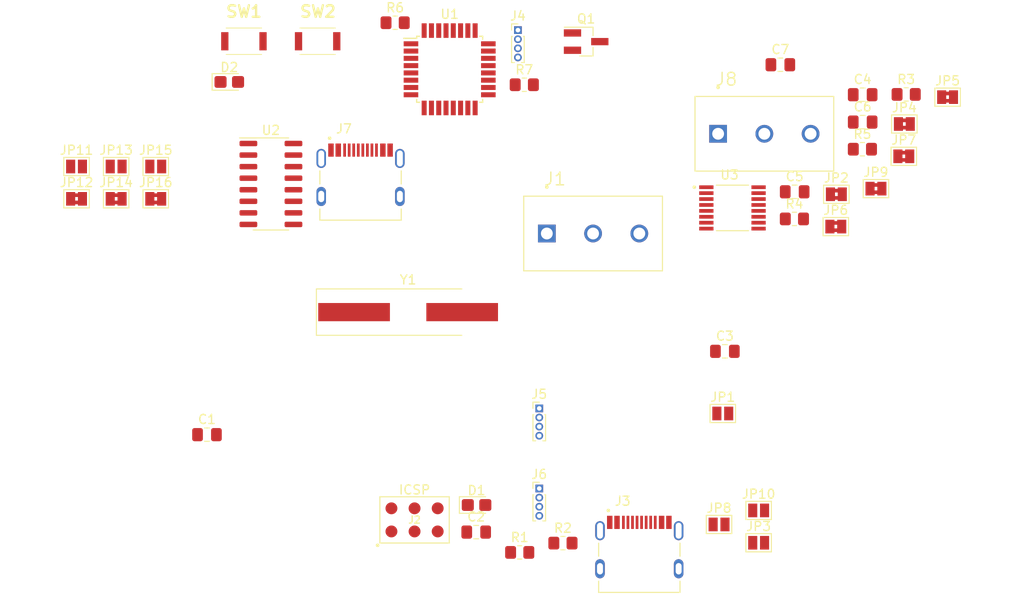
<source format=kicad_pcb>
(kicad_pcb (version 20171130) (host pcbnew "(5.1.10)-1")

  (general
    (thickness 1.6)
    (drawings 0)
    (tracks 0)
    (zones 0)
    (modules 47)
    (nets 69)
  )

  (page A4)
  (layers
    (0 F.Cu signal)
    (31 B.Cu signal)
    (32 B.Adhes user)
    (33 F.Adhes user)
    (34 B.Paste user)
    (35 F.Paste user)
    (36 B.SilkS user)
    (37 F.SilkS user)
    (38 B.Mask user)
    (39 F.Mask user)
    (40 Dwgs.User user)
    (41 Cmts.User user)
    (42 Eco1.User user)
    (43 Eco2.User user)
    (44 Edge.Cuts user)
    (45 Margin user)
    (46 B.CrtYd user)
    (47 F.CrtYd user)
    (48 B.Fab user)
    (49 F.Fab user)
  )

  (setup
    (last_trace_width 0.25)
    (trace_clearance 0.2)
    (zone_clearance 0.508)
    (zone_45_only no)
    (trace_min 0.2)
    (via_size 0.8)
    (via_drill 0.4)
    (via_min_size 0.4)
    (via_min_drill 0.3)
    (uvia_size 0.3)
    (uvia_drill 0.1)
    (uvias_allowed no)
    (uvia_min_size 0.2)
    (uvia_min_drill 0.1)
    (edge_width 0.05)
    (segment_width 0.2)
    (pcb_text_width 0.3)
    (pcb_text_size 1.5 1.5)
    (mod_edge_width 0.12)
    (mod_text_size 1 1)
    (mod_text_width 0.15)
    (pad_size 1.524 1.524)
    (pad_drill 0.762)
    (pad_to_mask_clearance 0)
    (aux_axis_origin 0 0)
    (visible_elements 7FFFFFFF)
    (pcbplotparams
      (layerselection 0x010fc_ffffffff)
      (usegerberextensions false)
      (usegerberattributes true)
      (usegerberadvancedattributes true)
      (creategerberjobfile true)
      (excludeedgelayer true)
      (linewidth 0.100000)
      (plotframeref false)
      (viasonmask false)
      (mode 1)
      (useauxorigin false)
      (hpglpennumber 1)
      (hpglpenspeed 20)
      (hpglpendiameter 15.000000)
      (psnegative false)
      (psa4output false)
      (plotreference true)
      (plotvalue true)
      (plotinvisibletext false)
      (padsonsilk false)
      (subtractmaskfromsilk false)
      (outputformat 1)
      (mirror false)
      (drillshape 1)
      (scaleselection 1)
      (outputdirectory ""))
  )

  (net 0 "")
  (net 1 XTAL1)
  (net 2 GND)
  (net 3 XTAL2)
  (net 4 VCC)
  (net 5 "Net-(D1-Pad2)")
  (net 6 SCK)
  (net 7 RST)
  (net 8 RX)
  (net 9 TX)
  (net 10 SCL)
  (net 11 SDA)
  (net 12 "Net-(U1-Pad19)")
  (net 13 "Net-(U1-Pad20)")
  (net 14 "Net-(U1-Pad22)")
  (net 15 "Net-(J3-PadA6)")
  (net 16 "Net-(J3-PadB7)")
  (net 17 "Net-(J3-PadA5)")
  (net 18 "Net-(J3-PadB8)")
  (net 19 "Net-(J3-PadA7)")
  (net 20 "Net-(J3-PadB6)")
  (net 21 "Net-(J3-PadA8)")
  (net 22 "Net-(J3-PadB5)")
  (net 23 "Net-(J7-PadA5)")
  (net 24 "Net-(J7-PadB8)")
  (net 25 "Net-(J7-PadA8)")
  (net 26 "Net-(J7-PadB5)")
  (net 27 "Net-(U2-Pad7)")
  (net 28 "Net-(U2-Pad8)")
  (net 29 "Net-(U2-Pad9)")
  (net 30 "Net-(U2-Pad10)")
  (net 31 "Net-(U2-Pad11)")
  (net 32 "Net-(U2-Pad12)")
  (net 33 "Net-(U2-Pad15)")
  (net 34 "Net-(C5-Pad2)")
  (net 35 "Net-(C6-Pad2)")
  (net 36 SIG1A)
  (net 37 SIG1B)
  (net 38 "Net-(J3-PadA4B9)")
  (net 39 "Net-(J3-PadB4A9)")
  (net 40 D+)
  (net 41 D-)
  (net 42 SIG2A)
  (net 43 SIG2B)
  (net 44 "Net-(U1-Pad25)")
  (net 45 "Net-(U1-Pad26)")
  (net 46 EXTRX)
  (net 47 EXTTX)
  (net 48 EXTRST)
  (net 49 "Net-(R6-Pad2)")
  (net 50 MUXS1)
  (net 51 MUXS2)
  (net 52 MUXS0)
  (net 53 "Net-(D2-Pad1)")
  (net 54 "Net-(D2-Pad2)")
  (net 55 STOPRST)
  (net 56 "Net-(Q1-Pad1)")
  (net 57 STOPRST-BTN)
  (net 58 "Net-(U1-Pad3)")
  (net 59 "Net-(U1-Pad6)")
  (net 60 "Net-(U1-Pad11)")
  (net 61 "Net-(U1-Pad12)")
  (net 62 "Net-(C6-Pad1)")
  (net 63 "Net-(JP11-Pad1)")
  (net 64 MUXRX)
  (net 65 "Net-(JP13-Pad1)")
  (net 66 MUXTX)
  (net 67 MUXRST)
  (net 68 "Net-(U2-Pad14)")

  (net_class Default "This is the default net class."
    (clearance 0.2)
    (trace_width 0.25)
    (via_dia 0.8)
    (via_drill 0.4)
    (uvia_dia 0.3)
    (uvia_drill 0.1)
    (add_net D+)
    (add_net D-)
    (add_net EXTRST)
    (add_net EXTRX)
    (add_net EXTTX)
    (add_net GND)
    (add_net MUXRST)
    (add_net MUXRX)
    (add_net MUXS0)
    (add_net MUXS1)
    (add_net MUXS2)
    (add_net MUXTX)
    (add_net "Net-(C5-Pad2)")
    (add_net "Net-(C6-Pad1)")
    (add_net "Net-(C6-Pad2)")
    (add_net "Net-(D1-Pad2)")
    (add_net "Net-(D2-Pad1)")
    (add_net "Net-(D2-Pad2)")
    (add_net "Net-(J3-PadA4B9)")
    (add_net "Net-(J3-PadA5)")
    (add_net "Net-(J3-PadA6)")
    (add_net "Net-(J3-PadA7)")
    (add_net "Net-(J3-PadA8)")
    (add_net "Net-(J3-PadB4A9)")
    (add_net "Net-(J3-PadB5)")
    (add_net "Net-(J3-PadB6)")
    (add_net "Net-(J3-PadB7)")
    (add_net "Net-(J3-PadB8)")
    (add_net "Net-(J7-PadA5)")
    (add_net "Net-(J7-PadA8)")
    (add_net "Net-(J7-PadB5)")
    (add_net "Net-(J7-PadB8)")
    (add_net "Net-(JP11-Pad1)")
    (add_net "Net-(JP13-Pad1)")
    (add_net "Net-(Q1-Pad1)")
    (add_net "Net-(R6-Pad2)")
    (add_net "Net-(U1-Pad11)")
    (add_net "Net-(U1-Pad12)")
    (add_net "Net-(U1-Pad19)")
    (add_net "Net-(U1-Pad20)")
    (add_net "Net-(U1-Pad22)")
    (add_net "Net-(U1-Pad25)")
    (add_net "Net-(U1-Pad26)")
    (add_net "Net-(U1-Pad3)")
    (add_net "Net-(U1-Pad6)")
    (add_net "Net-(U2-Pad10)")
    (add_net "Net-(U2-Pad11)")
    (add_net "Net-(U2-Pad12)")
    (add_net "Net-(U2-Pad14)")
    (add_net "Net-(U2-Pad15)")
    (add_net "Net-(U2-Pad7)")
    (add_net "Net-(U2-Pad8)")
    (add_net "Net-(U2-Pad9)")
    (add_net RST)
    (add_net RX)
    (add_net SCK)
    (add_net SCL)
    (add_net SDA)
    (add_net SIG1A)
    (add_net SIG1B)
    (add_net SIG2A)
    (add_net SIG2B)
    (add_net STOPRST)
    (add_net STOPRST-BTN)
    (add_net TX)
    (add_net VCC)
    (add_net XTAL1)
    (add_net XTAL2)
  )

  (module Capacitor_SMD:C_0805_2012Metric_Pad1.18x1.45mm_HandSolder (layer F.Cu) (tedit 5F68FEEF) (tstamp 6116A267)
    (at 58.279001 181.901001)
    (descr "Capacitor SMD 0805 (2012 Metric), square (rectangular) end terminal, IPC_7351 nominal with elongated pad for handsoldering. (Body size source: IPC-SM-782 page 76, https://www.pcb-3d.com/wordpress/wp-content/uploads/ipc-sm-782a_amendment_1_and_2.pdf, https://docs.google.com/spreadsheets/d/1BsfQQcO9C6DZCsRaXUlFlo91Tg2WpOkGARC1WS5S8t0/edit?usp=sharing), generated with kicad-footprint-generator")
    (tags "capacitor handsolder")
    (path /611448F1)
    (attr smd)
    (fp_text reference C2 (at 0 -1.68) (layer F.SilkS)
      (effects (font (size 1 1) (thickness 0.15)))
    )
    (fp_text value 22p (at 0 1.68) (layer F.Fab)
      (effects (font (size 1 1) (thickness 0.15)))
    )
    (fp_line (start 1.88 0.98) (end -1.88 0.98) (layer F.CrtYd) (width 0.05))
    (fp_line (start 1.88 -0.98) (end 1.88 0.98) (layer F.CrtYd) (width 0.05))
    (fp_line (start -1.88 -0.98) (end 1.88 -0.98) (layer F.CrtYd) (width 0.05))
    (fp_line (start -1.88 0.98) (end -1.88 -0.98) (layer F.CrtYd) (width 0.05))
    (fp_line (start -0.261252 0.735) (end 0.261252 0.735) (layer F.SilkS) (width 0.12))
    (fp_line (start -0.261252 -0.735) (end 0.261252 -0.735) (layer F.SilkS) (width 0.12))
    (fp_line (start 1 0.625) (end -1 0.625) (layer F.Fab) (width 0.1))
    (fp_line (start 1 -0.625) (end 1 0.625) (layer F.Fab) (width 0.1))
    (fp_line (start -1 -0.625) (end 1 -0.625) (layer F.Fab) (width 0.1))
    (fp_line (start -1 0.625) (end -1 -0.625) (layer F.Fab) (width 0.1))
    (fp_text user %R (at 0 0) (layer F.Fab)
      (effects (font (size 0.5 0.5) (thickness 0.08)))
    )
    (pad 1 smd roundrect (at -1.0375 0) (size 1.175 1.45) (layers F.Cu F.Paste F.Mask) (roundrect_rratio 0.212766)
      (net 3 XTAL2))
    (pad 2 smd roundrect (at 1.0375 0) (size 1.175 1.45) (layers F.Cu F.Paste F.Mask) (roundrect_rratio 0.212766)
      (net 2 GND))
    (model ${KISYS3DMOD}/Capacitor_SMD.3dshapes/C_0805_2012Metric.wrl
      (at (xyz 0 0 0))
      (scale (xyz 1 1 1))
      (rotate (xyz 0 0 0))
    )
  )

  (module Capacitor_SMD:C_0805_2012Metric_Pad1.18x1.45mm_HandSolder (layer F.Cu) (tedit 5F68FEEF) (tstamp 6116A278)
    (at 85.599001 162.041001)
    (descr "Capacitor SMD 0805 (2012 Metric), square (rectangular) end terminal, IPC_7351 nominal with elongated pad for handsoldering. (Body size source: IPC-SM-782 page 76, https://www.pcb-3d.com/wordpress/wp-content/uploads/ipc-sm-782a_amendment_1_and_2.pdf, https://docs.google.com/spreadsheets/d/1BsfQQcO9C6DZCsRaXUlFlo91Tg2WpOkGARC1WS5S8t0/edit?usp=sharing), generated with kicad-footprint-generator")
    (tags "capacitor handsolder")
    (path /6115564D)
    (attr smd)
    (fp_text reference C3 (at 0 -1.68) (layer F.SilkS)
      (effects (font (size 1 1) (thickness 0.15)))
    )
    (fp_text value 100n (at 0 1.68) (layer F.Fab)
      (effects (font (size 1 1) (thickness 0.15)))
    )
    (fp_line (start -1 0.625) (end -1 -0.625) (layer F.Fab) (width 0.1))
    (fp_line (start -1 -0.625) (end 1 -0.625) (layer F.Fab) (width 0.1))
    (fp_line (start 1 -0.625) (end 1 0.625) (layer F.Fab) (width 0.1))
    (fp_line (start 1 0.625) (end -1 0.625) (layer F.Fab) (width 0.1))
    (fp_line (start -0.261252 -0.735) (end 0.261252 -0.735) (layer F.SilkS) (width 0.12))
    (fp_line (start -0.261252 0.735) (end 0.261252 0.735) (layer F.SilkS) (width 0.12))
    (fp_line (start -1.88 0.98) (end -1.88 -0.98) (layer F.CrtYd) (width 0.05))
    (fp_line (start -1.88 -0.98) (end 1.88 -0.98) (layer F.CrtYd) (width 0.05))
    (fp_line (start 1.88 -0.98) (end 1.88 0.98) (layer F.CrtYd) (width 0.05))
    (fp_line (start 1.88 0.98) (end -1.88 0.98) (layer F.CrtYd) (width 0.05))
    (fp_text user %R (at 0 0) (layer F.Fab)
      (effects (font (size 0.5 0.5) (thickness 0.08)))
    )
    (pad 2 smd roundrect (at 1.0375 0) (size 1.175 1.45) (layers F.Cu F.Paste F.Mask) (roundrect_rratio 0.212766)
      (net 2 GND))
    (pad 1 smd roundrect (at -1.0375 0) (size 1.175 1.45) (layers F.Cu F.Paste F.Mask) (roundrect_rratio 0.212766)
      (net 4 VCC))
    (model ${KISYS3DMOD}/Capacitor_SMD.3dshapes/C_0805_2012Metric.wrl
      (at (xyz 0 0 0))
      (scale (xyz 1 1 1))
      (rotate (xyz 0 0 0))
    )
  )

  (module LED_SMD:LED_0805_2012Metric_Castellated (layer F.Cu) (tedit 5F68FEF1) (tstamp 6116A28B)
    (at 58.319001 178.926001)
    (descr "LED SMD 0805 (2012 Metric), castellated end terminal, IPC_7351 nominal, (Body size source: https://docs.google.com/spreadsheets/d/1BsfQQcO9C6DZCsRaXUlFlo91Tg2WpOkGARC1WS5S8t0/edit?usp=sharing), generated with kicad-footprint-generator")
    (tags "LED castellated")
    (path /6113FB23)
    (attr smd)
    (fp_text reference D1 (at 0 -1.6) (layer F.SilkS)
      (effects (font (size 1 1) (thickness 0.15)))
    )
    (fp_text value 17-21/BHC-XL2M2TY/3T (at 0 1.6) (layer F.Fab)
      (effects (font (size 1 1) (thickness 0.15)))
    )
    (fp_line (start 1.88 0.9) (end -1.88 0.9) (layer F.CrtYd) (width 0.05))
    (fp_line (start 1.88 -0.9) (end 1.88 0.9) (layer F.CrtYd) (width 0.05))
    (fp_line (start -1.88 -0.9) (end 1.88 -0.9) (layer F.CrtYd) (width 0.05))
    (fp_line (start -1.88 0.9) (end -1.88 -0.9) (layer F.CrtYd) (width 0.05))
    (fp_line (start -1.885 0.91) (end 1 0.91) (layer F.SilkS) (width 0.12))
    (fp_line (start -1.885 -0.91) (end -1.885 0.91) (layer F.SilkS) (width 0.12))
    (fp_line (start 1 -0.91) (end -1.885 -0.91) (layer F.SilkS) (width 0.12))
    (fp_line (start 1 0.6) (end 1 -0.6) (layer F.Fab) (width 0.1))
    (fp_line (start -1 0.6) (end 1 0.6) (layer F.Fab) (width 0.1))
    (fp_line (start -1 -0.3) (end -1 0.6) (layer F.Fab) (width 0.1))
    (fp_line (start -0.7 -0.6) (end -1 -0.3) (layer F.Fab) (width 0.1))
    (fp_line (start 1 -0.6) (end -0.7 -0.6) (layer F.Fab) (width 0.1))
    (fp_text user %R (at 0 0) (layer F.Fab)
      (effects (font (size 0.5 0.5) (thickness 0.08)))
    )
    (pad 1 smd roundrect (at -0.9625 0) (size 1.325 1.3) (layers F.Cu F.Paste F.Mask) (roundrect_rratio 0.192308)
      (net 2 GND))
    (pad 2 smd roundrect (at 0.9625 0) (size 1.325 1.3) (layers F.Cu F.Paste F.Mask) (roundrect_rratio 0.192308)
      (net 5 "Net-(D1-Pad2)"))
    (model ${KISYS3DMOD}/LED_SMD.3dshapes/LED_0805_2012Metric_Castellated.wrl
      (at (xyz 0 0 0))
      (scale (xyz 1 1 1))
      (rotate (xyz 0 0 0))
    )
  )

  (module AVR-ISP:AVR-ISP (layer F.Cu) (tedit 61126B73) (tstamp 6116A29B)
    (at 51.508001 180.559501)
    (path /61134728)
    (fp_text reference J2 (at 0 0) (layer F.SilkS)
      (effects (font (size 0.787402 0.787402) (thickness 0.15)))
    )
    (fp_text value AVR-ISP-6 (at 0 0) (layer F.Fab)
      (effects (font (size 0.787402 0.787402) (thickness 0.15)))
    )
    (fp_line (start -3.81 -2.54) (end 3.81 -2.54) (layer F.SilkS) (width 0.127))
    (fp_line (start 3.81 -2.54) (end 3.81 2.54) (layer F.SilkS) (width 0.127))
    (fp_line (start 3.81 2.54) (end -3.81 2.54) (layer F.SilkS) (width 0.127))
    (fp_line (start -3.81 2.54) (end -3.81 -2.54) (layer F.SilkS) (width 0.127))
    (fp_circle (center -4.064 2.794) (end -3.964 2.794) (layer F.SilkS) (width 0.2))
    (fp_text user ICSP (at 0 -3.302) (layer F.SilkS)
      (effects (font (size 1 1) (thickness 0.15)))
    )
    (pad 4 smd circle (at 0 -1.27) (size 1.308 1.308) (layers F.Cu F.Paste F.Mask)
      (net 46 EXTRX))
    (pad 3 smd circle (at 0 1.27) (size 1.308 1.308) (layers F.Cu F.Paste F.Mask)
      (net 6 SCK))
    (pad 2 smd circle (at -2.54 -1.27) (size 1.308 1.308) (layers F.Cu F.Paste F.Mask)
      (net 4 VCC))
    (pad 1 smd circle (at -2.54 1.27) (size 1.308 1.308) (layers F.Cu F.Paste F.Mask)
      (net 47 EXTTX))
    (pad 5 smd circle (at 2.54 1.27) (size 1.308 1.308) (layers F.Cu F.Paste F.Mask)
      (net 7 RST))
    (pad 6 smd circle (at 2.54 -1.27) (size 1.308 1.308) (layers F.Cu F.Paste F.Mask)
      (net 2 GND))
  )

  (module HRO_TYPE-C-31-M-12:HRO_TYPE-C-31-M-12 (layer F.Cu) (tedit 6112D184) (tstamp 6116A2C0)
    (at 76.2 185.928)
    (path /6112D89A)
    (fp_text reference J3 (at -1.825 -7.435) (layer F.SilkS)
      (effects (font (size 1 1) (thickness 0.15)))
    )
    (fp_text value TYPE-C-31-M-12 (at 6.43 4.135) (layer F.Fab)
      (effects (font (size 1 1) (thickness 0.15)))
    )
    (fp_circle (center -3.4 -6.4) (end -3.3 -6.4) (layer F.SilkS) (width 0.2))
    (fp_circle (center -3.4 -6.4) (end -3.3 -6.4) (layer F.Fab) (width 0.2))
    (fp_line (start -5.095 -6.07) (end -5.095 2.85) (layer F.CrtYd) (width 0.05))
    (fp_line (start 5.095 -6.07) (end -5.095 -6.07) (layer F.CrtYd) (width 0.05))
    (fp_line (start 5.095 2.85) (end 5.095 -6.07) (layer F.CrtYd) (width 0.05))
    (fp_line (start -5.095 2.85) (end 5.095 2.85) (layer F.CrtYd) (width 0.05))
    (fp_line (start -4.47 2.6) (end -4.47 1.37) (layer F.SilkS) (width 0.127))
    (fp_line (start 4.47 2.6) (end -4.47 2.6) (layer F.SilkS) (width 0.127))
    (fp_line (start 4.47 1.37) (end 4.47 2.6) (layer F.SilkS) (width 0.127))
    (fp_line (start 4.47 -2.81) (end 4.47 -1.37) (layer F.SilkS) (width 0.127))
    (fp_line (start -4.47 -2.81) (end -4.47 -1.37) (layer F.SilkS) (width 0.127))
    (fp_line (start -4.47 -4.7) (end -4.47 2.6) (layer F.Fab) (width 0.127))
    (fp_line (start 4.47 -4.7) (end -4.47 -4.7) (layer F.Fab) (width 0.127))
    (fp_line (start 4.47 2.6) (end 4.47 -4.7) (layer F.Fab) (width 0.127))
    (fp_line (start -4.47 2.6) (end 4.47 2.6) (layer F.Fab) (width 0.127))
    (pad A1B12 smd rect (at -3.25 -5.095) (size 0.6 1.45) (layers F.Cu F.Paste F.Mask)
      (net 2 GND))
    (pad A4B9 smd rect (at -2.45 -5.095) (size 0.6 1.45) (layers F.Cu F.Paste F.Mask)
      (net 38 "Net-(J3-PadA4B9)"))
    (pad A6 smd rect (at -0.25 -5.095) (size 0.3 1.45) (layers F.Cu F.Paste F.Mask)
      (net 15 "Net-(J3-PadA6)"))
    (pad B7 smd rect (at -0.75 -5.095) (size 0.3 1.45) (layers F.Cu F.Paste F.Mask)
      (net 16 "Net-(J3-PadB7)"))
    (pad A5 smd rect (at -1.25 -5.095) (size 0.3 1.45) (layers F.Cu F.Paste F.Mask)
      (net 17 "Net-(J3-PadA5)"))
    (pad B8 smd rect (at -1.75 -5.095) (size 0.3 1.45) (layers F.Cu F.Paste F.Mask)
      (net 18 "Net-(J3-PadB8)"))
    (pad A7 smd rect (at 0.25 -5.095) (size 0.3 1.45) (layers F.Cu F.Paste F.Mask)
      (net 19 "Net-(J3-PadA7)"))
    (pad B6 smd rect (at 0.75 -5.095) (size 0.3 1.45) (layers F.Cu F.Paste F.Mask)
      (net 20 "Net-(J3-PadB6)"))
    (pad A8 smd rect (at 1.25 -5.095) (size 0.3 1.45) (layers F.Cu F.Paste F.Mask)
      (net 21 "Net-(J3-PadA8)"))
    (pad B5 smd rect (at 1.75 -5.095) (size 0.3 1.45) (layers F.Cu F.Paste F.Mask)
      (net 22 "Net-(J3-PadB5)"))
    (pad B4A9 smd rect (at 2.45 -5.095) (size 0.6 1.45) (layers F.Cu F.Paste F.Mask)
      (net 39 "Net-(J3-PadB4A9)"))
    (pad B1A12 smd rect (at 3.25 -5.095) (size 0.6 1.45) (layers F.Cu F.Paste F.Mask)
      (net 2 GND))
    (pad S1 thru_hole oval (at -4.32 -4.18) (size 1.05 2.1) (drill oval 0.65 1.75) (layers *.Cu *.Mask)
      (net 2 GND))
    (pad S2 thru_hole oval (at 4.32 -4.18) (size 1.05 2.1) (drill oval 0.65 1.75) (layers *.Cu *.Mask)
      (net 2 GND))
    (pad S3 thru_hole oval (at -4.32 0) (size 1.05 2.1) (drill oval 0.65 1.25) (layers *.Cu *.Mask)
      (net 2 GND))
    (pad S4 thru_hole oval (at 4.32 0) (size 1.05 2.1) (drill oval 0.65 1.25) (layers *.Cu *.Mask)
      (net 2 GND))
    (pad None np_thru_hole circle (at -2.89 -3.65) (size 0.7 0.7) (drill 0.7) (layers *.Cu *.Mask))
    (pad None np_thru_hole circle (at 2.89 -3.65) (size 0.7 0.7) (drill 0.7) (layers *.Cu *.Mask))
    (model ${KIPRJMOD}/Libraries/HRO_TYPE-C-31-M-12.models/TYPE-C-31-M-12.step
      (at (xyz 0 0 0))
      (scale (xyz 1 1 1))
      (rotate (xyz -90 0 0))
    )
  )

  (module Connector_PinHeader_1.00mm:PinHeader_1x04_P1.00mm_Vertical (layer F.Cu) (tedit 59FED738) (tstamp 6116A2FD)
    (at 65.209001 168.311001)
    (descr "Through hole straight pin header, 1x04, 1.00mm pitch, single row")
    (tags "Through hole pin header THT 1x04 1.00mm single row")
    (path /613031C0)
    (fp_text reference J5 (at 0 -1.56) (layer F.SilkS)
      (effects (font (size 1 1) (thickness 0.15)))
    )
    (fp_text value Conn_01x04 (at 0 4.56) (layer F.Fab)
      (effects (font (size 1 1) (thickness 0.15)))
    )
    (fp_line (start 1.15 -1) (end -1.15 -1) (layer F.CrtYd) (width 0.05))
    (fp_line (start 1.15 4) (end 1.15 -1) (layer F.CrtYd) (width 0.05))
    (fp_line (start -1.15 4) (end 1.15 4) (layer F.CrtYd) (width 0.05))
    (fp_line (start -1.15 -1) (end -1.15 4) (layer F.CrtYd) (width 0.05))
    (fp_line (start -0.695 -0.685) (end 0 -0.685) (layer F.SilkS) (width 0.12))
    (fp_line (start -0.695 0) (end -0.695 -0.685) (layer F.SilkS) (width 0.12))
    (fp_line (start 0.608276 0.685) (end 0.695 0.685) (layer F.SilkS) (width 0.12))
    (fp_line (start -0.695 0.685) (end -0.608276 0.685) (layer F.SilkS) (width 0.12))
    (fp_line (start 0.695 0.685) (end 0.695 3.56) (layer F.SilkS) (width 0.12))
    (fp_line (start -0.695 0.685) (end -0.695 3.56) (layer F.SilkS) (width 0.12))
    (fp_line (start 0.394493 3.56) (end 0.695 3.56) (layer F.SilkS) (width 0.12))
    (fp_line (start -0.695 3.56) (end -0.394493 3.56) (layer F.SilkS) (width 0.12))
    (fp_line (start -0.635 -0.1825) (end -0.3175 -0.5) (layer F.Fab) (width 0.1))
    (fp_line (start -0.635 3.5) (end -0.635 -0.1825) (layer F.Fab) (width 0.1))
    (fp_line (start 0.635 3.5) (end -0.635 3.5) (layer F.Fab) (width 0.1))
    (fp_line (start 0.635 -0.5) (end 0.635 3.5) (layer F.Fab) (width 0.1))
    (fp_line (start -0.3175 -0.5) (end 0.635 -0.5) (layer F.Fab) (width 0.1))
    (fp_text user %R (at 0 1.5 90) (layer F.Fab)
      (effects (font (size 0.76 0.76) (thickness 0.114)))
    )
    (pad 1 thru_hole rect (at 0 0) (size 0.85 0.85) (drill 0.5) (layers *.Cu *.Mask)
      (net 2 GND))
    (pad 2 thru_hole oval (at 0 1) (size 0.85 0.85) (drill 0.5) (layers *.Cu *.Mask)
      (net 9 TX))
    (pad 3 thru_hole oval (at 0 2) (size 0.85 0.85) (drill 0.5) (layers *.Cu *.Mask)
      (net 8 RX))
    (pad 4 thru_hole oval (at 0 3) (size 0.85 0.85) (drill 0.5) (layers *.Cu *.Mask)
      (net 7 RST))
    (model ${KISYS3DMOD}/Connector_PinHeader_1.00mm.3dshapes/PinHeader_1x04_P1.00mm_Vertical.wrl
      (at (xyz 0 0 0))
      (scale (xyz 1 1 1))
      (rotate (xyz 0 0 0))
    )
  )

  (module Connector_PinHeader_1.00mm:PinHeader_1x04_P1.00mm_Vertical (layer F.Cu) (tedit 59FED738) (tstamp 6116A317)
    (at 65.209001 177.111001)
    (descr "Through hole straight pin header, 1x04, 1.00mm pitch, single row")
    (tags "Through hole pin header THT 1x04 1.00mm single row")
    (path /613021A3)
    (fp_text reference J6 (at 0 -1.56) (layer F.SilkS)
      (effects (font (size 1 1) (thickness 0.15)))
    )
    (fp_text value Conn_01x04 (at 0 4.56) (layer F.Fab)
      (effects (font (size 1 1) (thickness 0.15)))
    )
    (fp_line (start -0.3175 -0.5) (end 0.635 -0.5) (layer F.Fab) (width 0.1))
    (fp_line (start 0.635 -0.5) (end 0.635 3.5) (layer F.Fab) (width 0.1))
    (fp_line (start 0.635 3.5) (end -0.635 3.5) (layer F.Fab) (width 0.1))
    (fp_line (start -0.635 3.5) (end -0.635 -0.1825) (layer F.Fab) (width 0.1))
    (fp_line (start -0.635 -0.1825) (end -0.3175 -0.5) (layer F.Fab) (width 0.1))
    (fp_line (start -0.695 3.56) (end -0.394493 3.56) (layer F.SilkS) (width 0.12))
    (fp_line (start 0.394493 3.56) (end 0.695 3.56) (layer F.SilkS) (width 0.12))
    (fp_line (start -0.695 0.685) (end -0.695 3.56) (layer F.SilkS) (width 0.12))
    (fp_line (start 0.695 0.685) (end 0.695 3.56) (layer F.SilkS) (width 0.12))
    (fp_line (start -0.695 0.685) (end -0.608276 0.685) (layer F.SilkS) (width 0.12))
    (fp_line (start 0.608276 0.685) (end 0.695 0.685) (layer F.SilkS) (width 0.12))
    (fp_line (start -0.695 0) (end -0.695 -0.685) (layer F.SilkS) (width 0.12))
    (fp_line (start -0.695 -0.685) (end 0 -0.685) (layer F.SilkS) (width 0.12))
    (fp_line (start -1.15 -1) (end -1.15 4) (layer F.CrtYd) (width 0.05))
    (fp_line (start -1.15 4) (end 1.15 4) (layer F.CrtYd) (width 0.05))
    (fp_line (start 1.15 4) (end 1.15 -1) (layer F.CrtYd) (width 0.05))
    (fp_line (start 1.15 -1) (end -1.15 -1) (layer F.CrtYd) (width 0.05))
    (fp_text user %R (at 0 1.5 90) (layer F.Fab)
      (effects (font (size 0.76 0.76) (thickness 0.114)))
    )
    (pad 4 thru_hole oval (at 0 3) (size 0.85 0.85) (drill 0.5) (layers *.Cu *.Mask)
      (net 4 VCC))
    (pad 3 thru_hole oval (at 0 2) (size 0.85 0.85) (drill 0.5) (layers *.Cu *.Mask)
      (net 10 SCL))
    (pad 2 thru_hole oval (at 0 1) (size 0.85 0.85) (drill 0.5) (layers *.Cu *.Mask)
      (net 11 SDA))
    (pad 1 thru_hole rect (at 0 0) (size 0.85 0.85) (drill 0.5) (layers *.Cu *.Mask)
      (net 2 GND))
    (model ${KISYS3DMOD}/Connector_PinHeader_1.00mm.3dshapes/PinHeader_1x04_P1.00mm_Vertical.wrl
      (at (xyz 0 0 0))
      (scale (xyz 1 1 1))
      (rotate (xyz 0 0 0))
    )
  )

  (module Jumper:SolderJumper-2_P1.3mm_Open_Pad1.0x1.5mm (layer F.Cu) (tedit 5A3EABFC) (tstamp 6116A325)
    (at 85.369001 168.871001)
    (descr "SMD Solder Jumper, 1x1.5mm Pads, 0.3mm gap, open")
    (tags "solder jumper open")
    (path /6113282A)
    (attr virtual)
    (fp_text reference JP1 (at 0 -1.8) (layer F.SilkS)
      (effects (font (size 1 1) (thickness 0.15)))
    )
    (fp_text value SolderJumper (at 0 1.9) (layer F.Fab)
      (effects (font (size 1 1) (thickness 0.15)))
    )
    (fp_line (start 1.65 1.25) (end -1.65 1.25) (layer F.CrtYd) (width 0.05))
    (fp_line (start 1.65 1.25) (end 1.65 -1.25) (layer F.CrtYd) (width 0.05))
    (fp_line (start -1.65 -1.25) (end -1.65 1.25) (layer F.CrtYd) (width 0.05))
    (fp_line (start -1.65 -1.25) (end 1.65 -1.25) (layer F.CrtYd) (width 0.05))
    (fp_line (start -1.4 -1) (end 1.4 -1) (layer F.SilkS) (width 0.12))
    (fp_line (start 1.4 -1) (end 1.4 1) (layer F.SilkS) (width 0.12))
    (fp_line (start 1.4 1) (end -1.4 1) (layer F.SilkS) (width 0.12))
    (fp_line (start -1.4 1) (end -1.4 -1) (layer F.SilkS) (width 0.12))
    (pad 2 smd rect (at 0.65 0) (size 1 1.5) (layers F.Cu F.Mask)
      (net 15 "Net-(J3-PadA6)"))
    (pad 1 smd rect (at -0.65 0) (size 1 1.5) (layers F.Cu F.Mask)
      (net 11 SDA))
  )

  (module Jumper:SolderJumper-2_P1.3mm_Open_Pad1.0x1.5mm (layer F.Cu) (tedit 5A3EABFC) (tstamp 6116A341)
    (at 89.309001 183.071001)
    (descr "SMD Solder Jumper, 1x1.5mm Pads, 0.3mm gap, open")
    (tags "solder jumper open")
    (path /6118262C)
    (attr virtual)
    (fp_text reference JP3 (at 0 -1.8) (layer F.SilkS)
      (effects (font (size 1 1) (thickness 0.15)))
    )
    (fp_text value SolderJumper (at 0 1.9) (layer F.Fab)
      (effects (font (size 1 1) (thickness 0.15)))
    )
    (fp_line (start -1.4 1) (end -1.4 -1) (layer F.SilkS) (width 0.12))
    (fp_line (start 1.4 1) (end -1.4 1) (layer F.SilkS) (width 0.12))
    (fp_line (start 1.4 -1) (end 1.4 1) (layer F.SilkS) (width 0.12))
    (fp_line (start -1.4 -1) (end 1.4 -1) (layer F.SilkS) (width 0.12))
    (fp_line (start -1.65 -1.25) (end 1.65 -1.25) (layer F.CrtYd) (width 0.05))
    (fp_line (start -1.65 -1.25) (end -1.65 1.25) (layer F.CrtYd) (width 0.05))
    (fp_line (start 1.65 1.25) (end 1.65 -1.25) (layer F.CrtYd) (width 0.05))
    (fp_line (start 1.65 1.25) (end -1.65 1.25) (layer F.CrtYd) (width 0.05))
    (pad 1 smd rect (at -0.65 0) (size 1 1.5) (layers F.Cu F.Mask)
      (net 10 SCL))
    (pad 2 smd rect (at 0.65 0) (size 1 1.5) (layers F.Cu F.Mask)
      (net 19 "Net-(J3-PadA7)"))
  )

  (module Jumper:SolderJumper-2_P1.3mm_Open_Pad1.0x1.5mm (layer F.Cu) (tedit 5A3EABFC) (tstamp 6116A387)
    (at 84.959001 181.061001)
    (descr "SMD Solder Jumper, 1x1.5mm Pads, 0.3mm gap, open")
    (tags "solder jumper open")
    (path /611A3587)
    (attr virtual)
    (fp_text reference JP8 (at 0 -1.8) (layer F.SilkS)
      (effects (font (size 1 1) (thickness 0.15)))
    )
    (fp_text value SolderJumper (at 0 1.9) (layer F.Fab)
      (effects (font (size 1 1) (thickness 0.15)))
    )
    (fp_line (start -1.4 1) (end -1.4 -1) (layer F.SilkS) (width 0.12))
    (fp_line (start 1.4 1) (end -1.4 1) (layer F.SilkS) (width 0.12))
    (fp_line (start 1.4 -1) (end 1.4 1) (layer F.SilkS) (width 0.12))
    (fp_line (start -1.4 -1) (end 1.4 -1) (layer F.SilkS) (width 0.12))
    (fp_line (start -1.65 -1.25) (end 1.65 -1.25) (layer F.CrtYd) (width 0.05))
    (fp_line (start -1.65 -1.25) (end -1.65 1.25) (layer F.CrtYd) (width 0.05))
    (fp_line (start 1.65 1.25) (end 1.65 -1.25) (layer F.CrtYd) (width 0.05))
    (fp_line (start 1.65 1.25) (end -1.65 1.25) (layer F.CrtYd) (width 0.05))
    (pad 1 smd rect (at -0.65 0) (size 1 1.5) (layers F.Cu F.Mask)
      (net 10 SCL))
    (pad 2 smd rect (at 0.65 0) (size 1 1.5) (layers F.Cu F.Mask)
      (net 16 "Net-(J3-PadB7)"))
  )

  (module Jumper:SolderJumper-2_P1.3mm_Open_Pad1.0x1.5mm (layer F.Cu) (tedit 5A3EABFC) (tstamp 6116A3A3)
    (at 89.309001 179.521001)
    (descr "SMD Solder Jumper, 1x1.5mm Pads, 0.3mm gap, open")
    (tags "solder jumper open")
    (path /611A3577)
    (attr virtual)
    (fp_text reference JP10 (at 0 -1.8) (layer F.SilkS)
      (effects (font (size 1 1) (thickness 0.15)))
    )
    (fp_text value SolderJumper (at 0 1.9) (layer F.Fab)
      (effects (font (size 1 1) (thickness 0.15)))
    )
    (fp_line (start 1.65 1.25) (end -1.65 1.25) (layer F.CrtYd) (width 0.05))
    (fp_line (start 1.65 1.25) (end 1.65 -1.25) (layer F.CrtYd) (width 0.05))
    (fp_line (start -1.65 -1.25) (end -1.65 1.25) (layer F.CrtYd) (width 0.05))
    (fp_line (start -1.65 -1.25) (end 1.65 -1.25) (layer F.CrtYd) (width 0.05))
    (fp_line (start -1.4 -1) (end 1.4 -1) (layer F.SilkS) (width 0.12))
    (fp_line (start 1.4 -1) (end 1.4 1) (layer F.SilkS) (width 0.12))
    (fp_line (start 1.4 1) (end -1.4 1) (layer F.SilkS) (width 0.12))
    (fp_line (start -1.4 1) (end -1.4 -1) (layer F.SilkS) (width 0.12))
    (pad 2 smd rect (at 0.65 0) (size 1 1.5) (layers F.Cu F.Mask)
      (net 20 "Net-(J3-PadB6)"))
    (pad 1 smd rect (at -0.65 0) (size 1 1.5) (layers F.Cu F.Mask)
      (net 11 SDA))
  )

  (module Resistor_SMD:R_0805_2012Metric_Pad1.20x1.40mm_HandSolder (layer F.Cu) (tedit 5F68FEEE) (tstamp 6116A3B4)
    (at 63.059001 184.131001)
    (descr "Resistor SMD 0805 (2012 Metric), square (rectangular) end terminal, IPC_7351 nominal with elongated pad for handsoldering. (Body size source: IPC-SM-782 page 72, https://www.pcb-3d.com/wordpress/wp-content/uploads/ipc-sm-782a_amendment_1_and_2.pdf), generated with kicad-footprint-generator")
    (tags "resistor handsolder")
    (path /611669B4)
    (attr smd)
    (fp_text reference R1 (at 0 -1.65) (layer F.SilkS)
      (effects (font (size 1 1) (thickness 0.15)))
    )
    (fp_text value 10k (at 0 1.65) (layer F.Fab)
      (effects (font (size 1 1) (thickness 0.15)))
    )
    (fp_line (start 1.85 0.95) (end -1.85 0.95) (layer F.CrtYd) (width 0.05))
    (fp_line (start 1.85 -0.95) (end 1.85 0.95) (layer F.CrtYd) (width 0.05))
    (fp_line (start -1.85 -0.95) (end 1.85 -0.95) (layer F.CrtYd) (width 0.05))
    (fp_line (start -1.85 0.95) (end -1.85 -0.95) (layer F.CrtYd) (width 0.05))
    (fp_line (start -0.227064 0.735) (end 0.227064 0.735) (layer F.SilkS) (width 0.12))
    (fp_line (start -0.227064 -0.735) (end 0.227064 -0.735) (layer F.SilkS) (width 0.12))
    (fp_line (start 1 0.625) (end -1 0.625) (layer F.Fab) (width 0.1))
    (fp_line (start 1 -0.625) (end 1 0.625) (layer F.Fab) (width 0.1))
    (fp_line (start -1 -0.625) (end 1 -0.625) (layer F.Fab) (width 0.1))
    (fp_line (start -1 0.625) (end -1 -0.625) (layer F.Fab) (width 0.1))
    (fp_text user %R (at 0 0) (layer F.Fab)
      (effects (font (size 0.5 0.5) (thickness 0.08)))
    )
    (pad 1 smd roundrect (at -1 0) (size 1.2 1.4) (layers F.Cu F.Paste F.Mask) (roundrect_rratio 0.208333)
      (net 7 RST))
    (pad 2 smd roundrect (at 1 0) (size 1.2 1.4) (layers F.Cu F.Paste F.Mask) (roundrect_rratio 0.208333)
      (net 4 VCC))
    (model ${KISYS3DMOD}/Resistor_SMD.3dshapes/R_0805_2012Metric.wrl
      (at (xyz 0 0 0))
      (scale (xyz 1 1 1))
      (rotate (xyz 0 0 0))
    )
  )

  (module Resistor_SMD:R_0805_2012Metric_Pad1.20x1.40mm_HandSolder (layer F.Cu) (tedit 5F68FEEE) (tstamp 6116A3C5)
    (at 67.809001 183.111001)
    (descr "Resistor SMD 0805 (2012 Metric), square (rectangular) end terminal, IPC_7351 nominal with elongated pad for handsoldering. (Body size source: IPC-SM-782 page 72, https://www.pcb-3d.com/wordpress/wp-content/uploads/ipc-sm-782a_amendment_1_and_2.pdf), generated with kicad-footprint-generator")
    (tags "resistor handsolder")
    (path /6114AFDD)
    (attr smd)
    (fp_text reference R2 (at 0 -1.65) (layer F.SilkS)
      (effects (font (size 1 1) (thickness 0.15)))
    )
    (fp_text value 200 (at 0 1.65) (layer F.Fab)
      (effects (font (size 1 1) (thickness 0.15)))
    )
    (fp_line (start -1 0.625) (end -1 -0.625) (layer F.Fab) (width 0.1))
    (fp_line (start -1 -0.625) (end 1 -0.625) (layer F.Fab) (width 0.1))
    (fp_line (start 1 -0.625) (end 1 0.625) (layer F.Fab) (width 0.1))
    (fp_line (start 1 0.625) (end -1 0.625) (layer F.Fab) (width 0.1))
    (fp_line (start -0.227064 -0.735) (end 0.227064 -0.735) (layer F.SilkS) (width 0.12))
    (fp_line (start -0.227064 0.735) (end 0.227064 0.735) (layer F.SilkS) (width 0.12))
    (fp_line (start -1.85 0.95) (end -1.85 -0.95) (layer F.CrtYd) (width 0.05))
    (fp_line (start -1.85 -0.95) (end 1.85 -0.95) (layer F.CrtYd) (width 0.05))
    (fp_line (start 1.85 -0.95) (end 1.85 0.95) (layer F.CrtYd) (width 0.05))
    (fp_line (start 1.85 0.95) (end -1.85 0.95) (layer F.CrtYd) (width 0.05))
    (fp_text user %R (at 0 0) (layer F.Fab)
      (effects (font (size 0.5 0.5) (thickness 0.08)))
    )
    (pad 2 smd roundrect (at 1 0) (size 1.2 1.4) (layers F.Cu F.Paste F.Mask) (roundrect_rratio 0.208333)
      (net 4 VCC))
    (pad 1 smd roundrect (at -1 0) (size 1.2 1.4) (layers F.Cu F.Paste F.Mask) (roundrect_rratio 0.208333)
      (net 5 "Net-(D1-Pad2)"))
    (model ${KISYS3DMOD}/Resistor_SMD.3dshapes/R_0805_2012Metric.wrl
      (at (xyz 0 0 0))
      (scale (xyz 1 1 1))
      (rotate (xyz 0 0 0))
    )
  )

  (module Crystal:Crystal_SMD_HC49-SD_HandSoldering (layer F.Cu) (tedit 5A1AD52C) (tstamp 6116A412)
    (at 50.8 157.734)
    (descr "SMD Crystal HC-49-SD http://cdn-reichelt.de/documents/datenblatt/B400/xxx-HC49-SMD.pdf, hand-soldering, 11.4x4.7mm^2 package")
    (tags "SMD SMT crystal hand-soldering")
    (path /6113484F)
    (attr smd)
    (fp_text reference Y1 (at 0 -3.55) (layer F.SilkS)
      (effects (font (size 1 1) (thickness 0.15)))
    )
    (fp_text value 16MHz (at 0 3.55) (layer F.Fab)
      (effects (font (size 1 1) (thickness 0.15)))
    )
    (fp_line (start 10.2 -2.6) (end -10.2 -2.6) (layer F.CrtYd) (width 0.05))
    (fp_line (start 10.2 2.6) (end 10.2 -2.6) (layer F.CrtYd) (width 0.05))
    (fp_line (start -10.2 2.6) (end 10.2 2.6) (layer F.CrtYd) (width 0.05))
    (fp_line (start -10.2 -2.6) (end -10.2 2.6) (layer F.CrtYd) (width 0.05))
    (fp_line (start -10.075 2.55) (end 5.9 2.55) (layer F.SilkS) (width 0.12))
    (fp_line (start -10.075 -2.55) (end -10.075 2.55) (layer F.SilkS) (width 0.12))
    (fp_line (start 5.9 -2.55) (end -10.075 -2.55) (layer F.SilkS) (width 0.12))
    (fp_line (start -3.015 2.115) (end 3.015 2.115) (layer F.Fab) (width 0.1))
    (fp_line (start -3.015 -2.115) (end 3.015 -2.115) (layer F.Fab) (width 0.1))
    (fp_line (start 5.7 -2.35) (end -5.7 -2.35) (layer F.Fab) (width 0.1))
    (fp_line (start 5.7 2.35) (end 5.7 -2.35) (layer F.Fab) (width 0.1))
    (fp_line (start -5.7 2.35) (end 5.7 2.35) (layer F.Fab) (width 0.1))
    (fp_line (start -5.7 -2.35) (end -5.7 2.35) (layer F.Fab) (width 0.1))
    (fp_text user %R (at 0 0) (layer F.Fab)
      (effects (font (size 1 1) (thickness 0.15)))
    )
    (fp_arc (start -3.015 0) (end -3.015 -2.115) (angle -180) (layer F.Fab) (width 0.1))
    (fp_arc (start 3.015 0) (end 3.015 -2.115) (angle 180) (layer F.Fab) (width 0.1))
    (pad 1 smd rect (at -5.9375 0) (size 7.875 2) (layers F.Cu F.Paste F.Mask)
      (net 1 XTAL1))
    (pad 2 smd rect (at 5.9375 0) (size 7.875 2) (layers F.Cu F.Paste F.Mask)
      (net 3 XTAL2))
    (model ${KISYS3DMOD}/Crystal.3dshapes/Crystal_SMD_HC49-SD.wrl
      (at (xyz 0 0 0))
      (scale (xyz 1 1 1))
      (rotate (xyz 0 0 0))
    )
  )

  (module Capacitor_SMD:C_0805_2012Metric_Pad1.18x1.45mm_HandSolder (layer F.Cu) (tedit 5F68FEEF) (tstamp 6116A948)
    (at 28.702 171.196)
    (descr "Capacitor SMD 0805 (2012 Metric), square (rectangular) end terminal, IPC_7351 nominal with elongated pad for handsoldering. (Body size source: IPC-SM-782 page 76, https://www.pcb-3d.com/wordpress/wp-content/uploads/ipc-sm-782a_amendment_1_and_2.pdf, https://docs.google.com/spreadsheets/d/1BsfQQcO9C6DZCsRaXUlFlo91Tg2WpOkGARC1WS5S8t0/edit?usp=sharing), generated with kicad-footprint-generator")
    (tags "capacitor handsolder")
    (path /6113DC2F)
    (attr smd)
    (fp_text reference C1 (at 0 -1.68) (layer F.SilkS)
      (effects (font (size 1 1) (thickness 0.15)))
    )
    (fp_text value 22p (at 0 1.68) (layer F.Fab)
      (effects (font (size 1 1) (thickness 0.15)))
    )
    (fp_line (start 1.88 0.98) (end -1.88 0.98) (layer F.CrtYd) (width 0.05))
    (fp_line (start 1.88 -0.98) (end 1.88 0.98) (layer F.CrtYd) (width 0.05))
    (fp_line (start -1.88 -0.98) (end 1.88 -0.98) (layer F.CrtYd) (width 0.05))
    (fp_line (start -1.88 0.98) (end -1.88 -0.98) (layer F.CrtYd) (width 0.05))
    (fp_line (start -0.261252 0.735) (end 0.261252 0.735) (layer F.SilkS) (width 0.12))
    (fp_line (start -0.261252 -0.735) (end 0.261252 -0.735) (layer F.SilkS) (width 0.12))
    (fp_line (start 1 0.625) (end -1 0.625) (layer F.Fab) (width 0.1))
    (fp_line (start 1 -0.625) (end 1 0.625) (layer F.Fab) (width 0.1))
    (fp_line (start -1 -0.625) (end 1 -0.625) (layer F.Fab) (width 0.1))
    (fp_line (start -1 0.625) (end -1 -0.625) (layer F.Fab) (width 0.1))
    (fp_text user %R (at 0 0) (layer F.Fab)
      (effects (font (size 0.5 0.5) (thickness 0.08)))
    )
    (pad 1 smd roundrect (at -1.0375 0) (size 1.175 1.45) (layers F.Cu F.Paste F.Mask) (roundrect_rratio 0.212766)
      (net 1 XTAL1))
    (pad 2 smd roundrect (at 1.0375 0) (size 1.175 1.45) (layers F.Cu F.Paste F.Mask) (roundrect_rratio 0.212766)
      (net 2 GND))
    (model ${KISYS3DMOD}/Capacitor_SMD.3dshapes/C_0805_2012Metric.wrl
      (at (xyz 0 0 0))
      (scale (xyz 1 1 1))
      (rotate (xyz 0 0 0))
    )
  )

  (module CUI_TB006-508-03BE:CUI_TB006-508-03BE (layer F.Cu) (tedit 6113F46A) (tstamp 6116A96C)
    (at 66.04 149.098)
    (path /6117AFF9)
    (fp_text reference J1 (at 0.905 -5.989) (layer F.SilkS)
      (effects (font (size 1.4 1.4) (thickness 0.15)))
    )
    (fp_text value Screw_Terminal_01x03 (at 12.462 5.461) (layer F.Fab)
      (effects (font (size 1.4 1.4) (thickness 0.15)))
    )
    (fp_circle (center 0 -5.1) (end 0.1 -5.1) (layer F.Fab) (width 0.2))
    (fp_circle (center 0 -5.1) (end 0.1 -5.1) (layer F.SilkS) (width 0.2))
    (fp_line (start 12.95 -4.35) (end 12.95 4.35) (layer F.CrtYd) (width 0.05))
    (fp_line (start -2.79 4.35) (end -2.79 -4.35) (layer F.CrtYd) (width 0.05))
    (fp_line (start 12.95 4.35) (end -2.79 4.35) (layer F.CrtYd) (width 0.05))
    (fp_line (start -2.79 -4.35) (end 12.95 -4.35) (layer F.CrtYd) (width 0.05))
    (fp_line (start 12.7 4.1) (end -2.54 4.1) (layer F.SilkS) (width 0.127))
    (fp_line (start -2.54 -4.1) (end 12.7 -4.1) (layer F.SilkS) (width 0.127))
    (fp_line (start 12.7 -4.1) (end 12.7 4.1) (layer F.SilkS) (width 0.127))
    (fp_line (start -2.54 4.1) (end -2.54 -4.1) (layer F.SilkS) (width 0.127))
    (fp_line (start 12.7 4.1) (end -2.54 4.1) (layer F.Fab) (width 0.127))
    (fp_line (start 12.7 -4.1) (end 12.7 4.1) (layer F.Fab) (width 0.127))
    (fp_line (start -2.54 -4.1) (end 12.7 -4.1) (layer F.Fab) (width 0.127))
    (fp_line (start -2.54 4.1) (end -2.54 -4.1) (layer F.Fab) (width 0.127))
    (pad 1 thru_hole rect (at 0 0) (size 1.95 1.95) (drill 1.3) (layers *.Cu *.Mask)
      (net 36 SIG1A))
    (pad 2 thru_hole circle (at 5.08 0) (size 1.95 1.95) (drill 1.3) (layers *.Cu *.Mask)
      (net 37 SIG1B))
    (pad 3 thru_hole circle (at 10.16 0) (size 1.95 1.95) (drill 1.3) (layers *.Cu *.Mask)
      (net 2 GND))
    (model ${KIPRJMOD}/Libraries/CUI_TB006-508-03BE.models/TB006-508-03BE.step
      (at (xyz 0 0 0))
      (scale (xyz 1 1 1))
      (rotate (xyz -90 0 0))
    )
  )

  (module HRO_TYPE-C-31-M-12:HRO_TYPE-C-31-M-12 (layer F.Cu) (tedit 6112D184) (tstamp 6116ABF1)
    (at 45.574001 145.030001)
    (path /6118AF6C)
    (fp_text reference J7 (at -1.825 -7.435) (layer F.SilkS)
      (effects (font (size 1 1) (thickness 0.15)))
    )
    (fp_text value TYPE-C-31-M-12 (at 6.43 4.135) (layer F.Fab)
      (effects (font (size 1 1) (thickness 0.15)))
    )
    (fp_line (start -4.47 2.6) (end 4.47 2.6) (layer F.Fab) (width 0.127))
    (fp_line (start 4.47 2.6) (end 4.47 -4.7) (layer F.Fab) (width 0.127))
    (fp_line (start 4.47 -4.7) (end -4.47 -4.7) (layer F.Fab) (width 0.127))
    (fp_line (start -4.47 -4.7) (end -4.47 2.6) (layer F.Fab) (width 0.127))
    (fp_line (start -4.47 -2.81) (end -4.47 -1.37) (layer F.SilkS) (width 0.127))
    (fp_line (start 4.47 -2.81) (end 4.47 -1.37) (layer F.SilkS) (width 0.127))
    (fp_line (start 4.47 1.37) (end 4.47 2.6) (layer F.SilkS) (width 0.127))
    (fp_line (start 4.47 2.6) (end -4.47 2.6) (layer F.SilkS) (width 0.127))
    (fp_line (start -4.47 2.6) (end -4.47 1.37) (layer F.SilkS) (width 0.127))
    (fp_line (start -5.095 2.85) (end 5.095 2.85) (layer F.CrtYd) (width 0.05))
    (fp_line (start 5.095 2.85) (end 5.095 -6.07) (layer F.CrtYd) (width 0.05))
    (fp_line (start 5.095 -6.07) (end -5.095 -6.07) (layer F.CrtYd) (width 0.05))
    (fp_line (start -5.095 -6.07) (end -5.095 2.85) (layer F.CrtYd) (width 0.05))
    (fp_circle (center -3.4 -6.4) (end -3.3 -6.4) (layer F.Fab) (width 0.2))
    (fp_circle (center -3.4 -6.4) (end -3.3 -6.4) (layer F.SilkS) (width 0.2))
    (pad A1B12 smd rect (at -3.25 -5.095) (size 0.6 1.45) (layers F.Cu F.Paste F.Mask)
      (net 2 GND))
    (pad A4B9 smd rect (at -2.45 -5.095) (size 0.6 1.45) (layers F.Cu F.Paste F.Mask)
      (net 4 VCC))
    (pad A6 smd rect (at -0.25 -5.095) (size 0.3 1.45) (layers F.Cu F.Paste F.Mask)
      (net 40 D+))
    (pad B7 smd rect (at -0.75 -5.095) (size 0.3 1.45) (layers F.Cu F.Paste F.Mask)
      (net 41 D-))
    (pad A5 smd rect (at -1.25 -5.095) (size 0.3 1.45) (layers F.Cu F.Paste F.Mask)
      (net 23 "Net-(J7-PadA5)"))
    (pad B8 smd rect (at -1.75 -5.095) (size 0.3 1.45) (layers F.Cu F.Paste F.Mask)
      (net 24 "Net-(J7-PadB8)"))
    (pad A7 smd rect (at 0.25 -5.095) (size 0.3 1.45) (layers F.Cu F.Paste F.Mask)
      (net 41 D-))
    (pad B6 smd rect (at 0.75 -5.095) (size 0.3 1.45) (layers F.Cu F.Paste F.Mask)
      (net 40 D+))
    (pad A8 smd rect (at 1.25 -5.095) (size 0.3 1.45) (layers F.Cu F.Paste F.Mask)
      (net 25 "Net-(J7-PadA8)"))
    (pad B5 smd rect (at 1.75 -5.095) (size 0.3 1.45) (layers F.Cu F.Paste F.Mask)
      (net 26 "Net-(J7-PadB5)"))
    (pad B4A9 smd rect (at 2.45 -5.095) (size 0.6 1.45) (layers F.Cu F.Paste F.Mask)
      (net 4 VCC))
    (pad B1A12 smd rect (at 3.25 -5.095) (size 0.6 1.45) (layers F.Cu F.Paste F.Mask)
      (net 2 GND))
    (pad S1 thru_hole oval (at -4.32 -4.18) (size 1.05 2.1) (drill oval 0.65 1.75) (layers *.Cu *.Mask)
      (net 2 GND))
    (pad S2 thru_hole oval (at 4.32 -4.18) (size 1.05 2.1) (drill oval 0.65 1.75) (layers *.Cu *.Mask)
      (net 2 GND))
    (pad S3 thru_hole oval (at -4.32 0) (size 1.05 2.1) (drill oval 0.65 1.25) (layers *.Cu *.Mask)
      (net 2 GND))
    (pad S4 thru_hole oval (at 4.32 0) (size 1.05 2.1) (drill oval 0.65 1.25) (layers *.Cu *.Mask)
      (net 2 GND))
    (pad None np_thru_hole circle (at -2.89 -3.65) (size 0.7 0.7) (drill 0.7) (layers *.Cu *.Mask))
    (pad None np_thru_hole circle (at 2.89 -3.65) (size 0.7 0.7) (drill 0.7) (layers *.Cu *.Mask))
    (model ${KIPRJMOD}/Libraries/HRO_TYPE-C-31-M-12.models/TYPE-C-31-M-12.step
      (at (xyz 0 0 0))
      (scale (xyz 1 1 1))
      (rotate (xyz -90 0 0))
    )
  )

  (module Package_SO:SOIC-16_3.9x9.9mm_P1.27mm (layer F.Cu) (tedit 5D9F72B1) (tstamp 6116AC13)
    (at 35.729001 143.655001)
    (descr "SOIC, 16 Pin (JEDEC MS-012AC, https://www.analog.com/media/en/package-pcb-resources/package/pkg_pdf/soic_narrow-r/r_16.pdf), generated with kicad-footprint-generator ipc_gullwing_generator.py")
    (tags "SOIC SO")
    (path /6118DFFB)
    (attr smd)
    (fp_text reference U2 (at 0 -5.9) (layer F.SilkS)
      (effects (font (size 1 1) (thickness 0.15)))
    )
    (fp_text value CH340C (at 0 5.9) (layer F.Fab)
      (effects (font (size 1 1) (thickness 0.15)))
    )
    (fp_line (start 0 5.06) (end 1.95 5.06) (layer F.SilkS) (width 0.12))
    (fp_line (start 0 5.06) (end -1.95 5.06) (layer F.SilkS) (width 0.12))
    (fp_line (start 0 -5.06) (end 1.95 -5.06) (layer F.SilkS) (width 0.12))
    (fp_line (start 0 -5.06) (end -3.45 -5.06) (layer F.SilkS) (width 0.12))
    (fp_line (start -0.975 -4.95) (end 1.95 -4.95) (layer F.Fab) (width 0.1))
    (fp_line (start 1.95 -4.95) (end 1.95 4.95) (layer F.Fab) (width 0.1))
    (fp_line (start 1.95 4.95) (end -1.95 4.95) (layer F.Fab) (width 0.1))
    (fp_line (start -1.95 4.95) (end -1.95 -3.975) (layer F.Fab) (width 0.1))
    (fp_line (start -1.95 -3.975) (end -0.975 -4.95) (layer F.Fab) (width 0.1))
    (fp_line (start -3.7 -5.2) (end -3.7 5.2) (layer F.CrtYd) (width 0.05))
    (fp_line (start -3.7 5.2) (end 3.7 5.2) (layer F.CrtYd) (width 0.05))
    (fp_line (start 3.7 5.2) (end 3.7 -5.2) (layer F.CrtYd) (width 0.05))
    (fp_line (start 3.7 -5.2) (end -3.7 -5.2) (layer F.CrtYd) (width 0.05))
    (fp_text user %R (at 0 0) (layer F.Fab)
      (effects (font (size 0.98 0.98) (thickness 0.15)))
    )
    (pad 1 smd roundrect (at -2.475 -4.445) (size 1.95 0.6) (layers F.Cu F.Paste F.Mask) (roundrect_rratio 0.25)
      (net 2 GND))
    (pad 2 smd roundrect (at -2.475 -3.175) (size 1.95 0.6) (layers F.Cu F.Paste F.Mask) (roundrect_rratio 0.25)
      (net 63 "Net-(JP11-Pad1)"))
    (pad 3 smd roundrect (at -2.475 -1.905) (size 1.95 0.6) (layers F.Cu F.Paste F.Mask) (roundrect_rratio 0.25)
      (net 65 "Net-(JP13-Pad1)"))
    (pad 4 smd roundrect (at -2.475 -0.635) (size 1.95 0.6) (layers F.Cu F.Paste F.Mask) (roundrect_rratio 0.25)
      (net 34 "Net-(C5-Pad2)"))
    (pad 5 smd roundrect (at -2.475 0.635) (size 1.95 0.6) (layers F.Cu F.Paste F.Mask) (roundrect_rratio 0.25)
      (net 40 D+))
    (pad 6 smd roundrect (at -2.475 1.905) (size 1.95 0.6) (layers F.Cu F.Paste F.Mask) (roundrect_rratio 0.25)
      (net 41 D-))
    (pad 7 smd roundrect (at -2.475 3.175) (size 1.95 0.6) (layers F.Cu F.Paste F.Mask) (roundrect_rratio 0.25)
      (net 27 "Net-(U2-Pad7)"))
    (pad 8 smd roundrect (at -2.475 4.445) (size 1.95 0.6) (layers F.Cu F.Paste F.Mask) (roundrect_rratio 0.25)
      (net 28 "Net-(U2-Pad8)"))
    (pad 9 smd roundrect (at 2.475 4.445) (size 1.95 0.6) (layers F.Cu F.Paste F.Mask) (roundrect_rratio 0.25)
      (net 29 "Net-(U2-Pad9)"))
    (pad 10 smd roundrect (at 2.475 3.175) (size 1.95 0.6) (layers F.Cu F.Paste F.Mask) (roundrect_rratio 0.25)
      (net 30 "Net-(U2-Pad10)"))
    (pad 11 smd roundrect (at 2.475 1.905) (size 1.95 0.6) (layers F.Cu F.Paste F.Mask) (roundrect_rratio 0.25)
      (net 31 "Net-(U2-Pad11)"))
    (pad 12 smd roundrect (at 2.475 0.635) (size 1.95 0.6) (layers F.Cu F.Paste F.Mask) (roundrect_rratio 0.25)
      (net 32 "Net-(U2-Pad12)"))
    (pad 13 smd roundrect (at 2.475 -0.635) (size 1.95 0.6) (layers F.Cu F.Paste F.Mask) (roundrect_rratio 0.25)
      (net 35 "Net-(C6-Pad2)"))
    (pad 14 smd roundrect (at 2.475 -1.905) (size 1.95 0.6) (layers F.Cu F.Paste F.Mask) (roundrect_rratio 0.25)
      (net 68 "Net-(U2-Pad14)"))
    (pad 15 smd roundrect (at 2.475 -3.175) (size 1.95 0.6) (layers F.Cu F.Paste F.Mask) (roundrect_rratio 0.25)
      (net 33 "Net-(U2-Pad15)"))
    (pad 16 smd roundrect (at 2.475 -4.445) (size 1.95 0.6) (layers F.Cu F.Paste F.Mask) (roundrect_rratio 0.25)
      (net 4 VCC))
    (model ${KISYS3DMOD}/Package_SO.3dshapes/SOIC-16_3.9x9.9mm_P1.27mm.wrl
      (at (xyz 0 0 0))
      (scale (xyz 1 1 1))
      (rotate (xyz 0 0 0))
    )
  )

  (module Capacitor_SMD:C_0805_2012Metric_Pad1.18x1.45mm_HandSolder (layer F.Cu) (tedit 5F68FEEF) (tstamp 6119433C)
    (at 100.737001 133.847001)
    (descr "Capacitor SMD 0805 (2012 Metric), square (rectangular) end terminal, IPC_7351 nominal with elongated pad for handsoldering. (Body size source: IPC-SM-782 page 76, https://www.pcb-3d.com/wordpress/wp-content/uploads/ipc-sm-782a_amendment_1_and_2.pdf, https://docs.google.com/spreadsheets/d/1BsfQQcO9C6DZCsRaXUlFlo91Tg2WpOkGARC1WS5S8t0/edit?usp=sharing), generated with kicad-footprint-generator")
    (tags "capacitor handsolder")
    (path /612767EE)
    (attr smd)
    (fp_text reference C4 (at 0 -1.68) (layer F.SilkS)
      (effects (font (size 1 1) (thickness 0.15)))
    )
    (fp_text value 100n (at 0 1.68) (layer F.Fab)
      (effects (font (size 1 1) (thickness 0.15)))
    )
    (fp_line (start -1 0.625) (end -1 -0.625) (layer F.Fab) (width 0.1))
    (fp_line (start -1 -0.625) (end 1 -0.625) (layer F.Fab) (width 0.1))
    (fp_line (start 1 -0.625) (end 1 0.625) (layer F.Fab) (width 0.1))
    (fp_line (start 1 0.625) (end -1 0.625) (layer F.Fab) (width 0.1))
    (fp_line (start -0.261252 -0.735) (end 0.261252 -0.735) (layer F.SilkS) (width 0.12))
    (fp_line (start -0.261252 0.735) (end 0.261252 0.735) (layer F.SilkS) (width 0.12))
    (fp_line (start -1.88 0.98) (end -1.88 -0.98) (layer F.CrtYd) (width 0.05))
    (fp_line (start -1.88 -0.98) (end 1.88 -0.98) (layer F.CrtYd) (width 0.05))
    (fp_line (start 1.88 -0.98) (end 1.88 0.98) (layer F.CrtYd) (width 0.05))
    (fp_line (start 1.88 0.98) (end -1.88 0.98) (layer F.CrtYd) (width 0.05))
    (fp_text user %R (at 0 0) (layer F.Fab)
      (effects (font (size 0.5 0.5) (thickness 0.08)))
    )
    (pad 2 smd roundrect (at 1.0375 0) (size 1.175 1.45) (layers F.Cu F.Paste F.Mask) (roundrect_rratio 0.212766)
      (net 2 GND))
    (pad 1 smd roundrect (at -1.0375 0) (size 1.175 1.45) (layers F.Cu F.Paste F.Mask) (roundrect_rratio 0.212766)
      (net 4 VCC))
    (model ${KISYS3DMOD}/Capacitor_SMD.3dshapes/C_0805_2012Metric.wrl
      (at (xyz 0 0 0))
      (scale (xyz 1 1 1))
      (rotate (xyz 0 0 0))
    )
  )

  (module Capacitor_SMD:C_0805_2012Metric_Pad1.18x1.45mm_HandSolder (layer F.Cu) (tedit 5F68FEEF) (tstamp 6119434D)
    (at 93.267001 144.517001)
    (descr "Capacitor SMD 0805 (2012 Metric), square (rectangular) end terminal, IPC_7351 nominal with elongated pad for handsoldering. (Body size source: IPC-SM-782 page 76, https://www.pcb-3d.com/wordpress/wp-content/uploads/ipc-sm-782a_amendment_1_and_2.pdf, https://docs.google.com/spreadsheets/d/1BsfQQcO9C6DZCsRaXUlFlo91Tg2WpOkGARC1WS5S8t0/edit?usp=sharing), generated with kicad-footprint-generator")
    (tags "capacitor handsolder")
    (path /61296637)
    (attr smd)
    (fp_text reference C5 (at 0 -1.68) (layer F.SilkS)
      (effects (font (size 1 1) (thickness 0.15)))
    )
    (fp_text value 100n (at 0 1.68) (layer F.Fab)
      (effects (font (size 1 1) (thickness 0.15)))
    )
    (fp_line (start 1.88 0.98) (end -1.88 0.98) (layer F.CrtYd) (width 0.05))
    (fp_line (start 1.88 -0.98) (end 1.88 0.98) (layer F.CrtYd) (width 0.05))
    (fp_line (start -1.88 -0.98) (end 1.88 -0.98) (layer F.CrtYd) (width 0.05))
    (fp_line (start -1.88 0.98) (end -1.88 -0.98) (layer F.CrtYd) (width 0.05))
    (fp_line (start -0.261252 0.735) (end 0.261252 0.735) (layer F.SilkS) (width 0.12))
    (fp_line (start -0.261252 -0.735) (end 0.261252 -0.735) (layer F.SilkS) (width 0.12))
    (fp_line (start 1 0.625) (end -1 0.625) (layer F.Fab) (width 0.1))
    (fp_line (start 1 -0.625) (end 1 0.625) (layer F.Fab) (width 0.1))
    (fp_line (start -1 -0.625) (end 1 -0.625) (layer F.Fab) (width 0.1))
    (fp_line (start -1 0.625) (end -1 -0.625) (layer F.Fab) (width 0.1))
    (fp_text user %R (at 0 0) (layer F.Fab)
      (effects (font (size 0.5 0.5) (thickness 0.08)))
    )
    (pad 1 smd roundrect (at -1.0375 0) (size 1.175 1.45) (layers F.Cu F.Paste F.Mask) (roundrect_rratio 0.212766)
      (net 2 GND))
    (pad 2 smd roundrect (at 1.0375 0) (size 1.175 1.45) (layers F.Cu F.Paste F.Mask) (roundrect_rratio 0.212766)
      (net 34 "Net-(C5-Pad2)"))
    (model ${KISYS3DMOD}/Capacitor_SMD.3dshapes/C_0805_2012Metric.wrl
      (at (xyz 0 0 0))
      (scale (xyz 1 1 1))
      (rotate (xyz 0 0 0))
    )
  )

  (module Capacitor_SMD:C_0805_2012Metric_Pad1.18x1.45mm_HandSolder (layer F.Cu) (tedit 5F68FEEF) (tstamp 6119435E)
    (at 100.737001 136.857001)
    (descr "Capacitor SMD 0805 (2012 Metric), square (rectangular) end terminal, IPC_7351 nominal with elongated pad for handsoldering. (Body size source: IPC-SM-782 page 76, https://www.pcb-3d.com/wordpress/wp-content/uploads/ipc-sm-782a_amendment_1_and_2.pdf, https://docs.google.com/spreadsheets/d/1BsfQQcO9C6DZCsRaXUlFlo91Tg2WpOkGARC1WS5S8t0/edit?usp=sharing), generated with kicad-footprint-generator")
    (tags "capacitor handsolder")
    (path /6124E822)
    (attr smd)
    (fp_text reference C6 (at 0 -1.68) (layer F.SilkS)
      (effects (font (size 1 1) (thickness 0.15)))
    )
    (fp_text value 100n (at 0 1.68) (layer F.Fab)
      (effects (font (size 1 1) (thickness 0.15)))
    )
    (fp_line (start 1.88 0.98) (end -1.88 0.98) (layer F.CrtYd) (width 0.05))
    (fp_line (start 1.88 -0.98) (end 1.88 0.98) (layer F.CrtYd) (width 0.05))
    (fp_line (start -1.88 -0.98) (end 1.88 -0.98) (layer F.CrtYd) (width 0.05))
    (fp_line (start -1.88 0.98) (end -1.88 -0.98) (layer F.CrtYd) (width 0.05))
    (fp_line (start -0.261252 0.735) (end 0.261252 0.735) (layer F.SilkS) (width 0.12))
    (fp_line (start -0.261252 -0.735) (end 0.261252 -0.735) (layer F.SilkS) (width 0.12))
    (fp_line (start 1 0.625) (end -1 0.625) (layer F.Fab) (width 0.1))
    (fp_line (start 1 -0.625) (end 1 0.625) (layer F.Fab) (width 0.1))
    (fp_line (start -1 -0.625) (end 1 -0.625) (layer F.Fab) (width 0.1))
    (fp_line (start -1 0.625) (end -1 -0.625) (layer F.Fab) (width 0.1))
    (fp_text user %R (at 0 0) (layer F.Fab)
      (effects (font (size 0.5 0.5) (thickness 0.08)))
    )
    (pad 1 smd roundrect (at -1.0375 0) (size 1.175 1.45) (layers F.Cu F.Paste F.Mask) (roundrect_rratio 0.212766)
      (net 62 "Net-(C6-Pad1)"))
    (pad 2 smd roundrect (at 1.0375 0) (size 1.175 1.45) (layers F.Cu F.Paste F.Mask) (roundrect_rratio 0.212766)
      (net 35 "Net-(C6-Pad2)"))
    (model ${KISYS3DMOD}/Capacitor_SMD.3dshapes/C_0805_2012Metric.wrl
      (at (xyz 0 0 0))
      (scale (xyz 1 1 1))
      (rotate (xyz 0 0 0))
    )
  )

  (module CUI_TB006-508-03BE:CUI_TB006-508-03BE (layer F.Cu) (tedit 6113F46A) (tstamp 61194373)
    (at 84.857001 138.142001)
    (path /61192611)
    (fp_text reference J8 (at 0.905 -5.989) (layer F.SilkS)
      (effects (font (size 1.4 1.4) (thickness 0.15)))
    )
    (fp_text value Screw_Terminal_01x03 (at 12.462 5.461) (layer F.Fab)
      (effects (font (size 1.4 1.4) (thickness 0.15)))
    )
    (fp_circle (center 0 -5.1) (end 0.1 -5.1) (layer F.Fab) (width 0.2))
    (fp_circle (center 0 -5.1) (end 0.1 -5.1) (layer F.SilkS) (width 0.2))
    (fp_line (start 12.95 -4.35) (end 12.95 4.35) (layer F.CrtYd) (width 0.05))
    (fp_line (start -2.79 4.35) (end -2.79 -4.35) (layer F.CrtYd) (width 0.05))
    (fp_line (start 12.95 4.35) (end -2.79 4.35) (layer F.CrtYd) (width 0.05))
    (fp_line (start -2.79 -4.35) (end 12.95 -4.35) (layer F.CrtYd) (width 0.05))
    (fp_line (start 12.7 4.1) (end -2.54 4.1) (layer F.SilkS) (width 0.127))
    (fp_line (start -2.54 -4.1) (end 12.7 -4.1) (layer F.SilkS) (width 0.127))
    (fp_line (start 12.7 -4.1) (end 12.7 4.1) (layer F.SilkS) (width 0.127))
    (fp_line (start -2.54 4.1) (end -2.54 -4.1) (layer F.SilkS) (width 0.127))
    (fp_line (start 12.7 4.1) (end -2.54 4.1) (layer F.Fab) (width 0.127))
    (fp_line (start 12.7 -4.1) (end 12.7 4.1) (layer F.Fab) (width 0.127))
    (fp_line (start -2.54 -4.1) (end 12.7 -4.1) (layer F.Fab) (width 0.127))
    (fp_line (start -2.54 4.1) (end -2.54 -4.1) (layer F.Fab) (width 0.127))
    (pad 1 thru_hole rect (at 0 0) (size 1.95 1.95) (drill 1.3) (layers *.Cu *.Mask)
      (net 42 SIG2A))
    (pad 2 thru_hole circle (at 5.08 0) (size 1.95 1.95) (drill 1.3) (layers *.Cu *.Mask)
      (net 43 SIG2B))
    (pad 3 thru_hole circle (at 10.16 0) (size 1.95 1.95) (drill 1.3) (layers *.Cu *.Mask)
      (net 2 GND))
    (model ${KIPRJMOD}/Libraries/CUI_TB006-508-03BE.models/TB006-508-03BE.step
      (at (xyz 0 0 0))
      (scale (xyz 1 1 1))
      (rotate (xyz -90 0 0))
    )
  )

  (module Jumper:SolderJumper-2_P1.3mm_Bridged2Bar_Pad1.0x1.5mm (layer F.Cu) (tedit 5C756A82) (tstamp 61194383)
    (at 97.847001 144.787001)
    (descr "SMD Solder Jumper, 1x1.5mm Pads, 0.3mm gap, bridged with 2 copper strips")
    (tags "solder jumper open")
    (path /6119BC53)
    (attr virtual)
    (fp_text reference JP2 (at 0 -1.8) (layer F.SilkS)
      (effects (font (size 1 1) (thickness 0.15)))
    )
    (fp_text value SolderJumper_Bridged (at 0 1.9) (layer F.Fab)
      (effects (font (size 1 1) (thickness 0.15)))
    )
    (fp_line (start -1.4 1) (end -1.4 -1) (layer F.SilkS) (width 0.12))
    (fp_line (start 1.4 1) (end -1.4 1) (layer F.SilkS) (width 0.12))
    (fp_line (start 1.4 -1) (end 1.4 1) (layer F.SilkS) (width 0.12))
    (fp_line (start -1.4 -1) (end 1.4 -1) (layer F.SilkS) (width 0.12))
    (fp_line (start -1.65 -1.25) (end 1.65 -1.25) (layer F.CrtYd) (width 0.05))
    (fp_line (start -1.65 -1.25) (end -1.65 1.25) (layer F.CrtYd) (width 0.05))
    (fp_line (start 1.65 1.25) (end 1.65 -1.25) (layer F.CrtYd) (width 0.05))
    (fp_line (start 1.65 1.25) (end -1.65 1.25) (layer F.CrtYd) (width 0.05))
    (fp_poly (pts (xy -0.25 0.2) (xy 0.25 0.2) (xy 0.25 0.6) (xy -0.25 0.6)) (layer F.Cu) (width 0))
    (fp_poly (pts (xy -0.25 -0.6) (xy 0.25 -0.6) (xy 0.25 -0.2) (xy -0.25 -0.2)) (layer F.Cu) (width 0))
    (pad 2 smd rect (at 0.65 0) (size 1 1.5) (layers F.Cu F.Mask)
      (net 15 "Net-(J3-PadA6)"))
    (pad 1 smd rect (at -0.65 0) (size 1 1.5) (layers F.Cu F.Mask)
      (net 46 EXTRX))
  )

  (module Jumper:SolderJumper-2_P1.3mm_Bridged2Bar_Pad1.0x1.5mm (layer F.Cu) (tedit 5C756A82) (tstamp 61194393)
    (at 105.317001 137.067001)
    (descr "SMD Solder Jumper, 1x1.5mm Pads, 0.3mm gap, bridged with 2 copper strips")
    (tags "solder jumper open")
    (path /6119D4AD)
    (attr virtual)
    (fp_text reference JP4 (at 0 -1.8) (layer F.SilkS)
      (effects (font (size 1 1) (thickness 0.15)))
    )
    (fp_text value SolderJumper_Bridged (at 0 1.9) (layer F.Fab)
      (effects (font (size 1 1) (thickness 0.15)))
    )
    (fp_poly (pts (xy -0.25 -0.6) (xy 0.25 -0.6) (xy 0.25 -0.2) (xy -0.25 -0.2)) (layer F.Cu) (width 0))
    (fp_poly (pts (xy -0.25 0.2) (xy 0.25 0.2) (xy 0.25 0.6) (xy -0.25 0.6)) (layer F.Cu) (width 0))
    (fp_line (start 1.65 1.25) (end -1.65 1.25) (layer F.CrtYd) (width 0.05))
    (fp_line (start 1.65 1.25) (end 1.65 -1.25) (layer F.CrtYd) (width 0.05))
    (fp_line (start -1.65 -1.25) (end -1.65 1.25) (layer F.CrtYd) (width 0.05))
    (fp_line (start -1.65 -1.25) (end 1.65 -1.25) (layer F.CrtYd) (width 0.05))
    (fp_line (start -1.4 -1) (end 1.4 -1) (layer F.SilkS) (width 0.12))
    (fp_line (start 1.4 -1) (end 1.4 1) (layer F.SilkS) (width 0.12))
    (fp_line (start 1.4 1) (end -1.4 1) (layer F.SilkS) (width 0.12))
    (fp_line (start -1.4 1) (end -1.4 -1) (layer F.SilkS) (width 0.12))
    (pad 1 smd rect (at -0.65 0) (size 1 1.5) (layers F.Cu F.Mask)
      (net 47 EXTTX))
    (pad 2 smd rect (at 0.65 0) (size 1 1.5) (layers F.Cu F.Mask)
      (net 19 "Net-(J3-PadA7)"))
  )

  (module Jumper:SolderJumper-2_P1.3mm_Bridged2Bar_Pad1.0x1.5mm (layer F.Cu) (tedit 5C756A82) (tstamp 611943A3)
    (at 110.067001 134.117001)
    (descr "SMD Solder Jumper, 1x1.5mm Pads, 0.3mm gap, bridged with 2 copper strips")
    (tags "solder jumper open")
    (path /6119DE73)
    (attr virtual)
    (fp_text reference JP5 (at 0 -1.8) (layer F.SilkS)
      (effects (font (size 1 1) (thickness 0.15)))
    )
    (fp_text value SolderJumper_Bridged (at 0 1.9) (layer F.Fab)
      (effects (font (size 1 1) (thickness 0.15)))
    )
    (fp_line (start -1.4 1) (end -1.4 -1) (layer F.SilkS) (width 0.12))
    (fp_line (start 1.4 1) (end -1.4 1) (layer F.SilkS) (width 0.12))
    (fp_line (start 1.4 -1) (end 1.4 1) (layer F.SilkS) (width 0.12))
    (fp_line (start -1.4 -1) (end 1.4 -1) (layer F.SilkS) (width 0.12))
    (fp_line (start -1.65 -1.25) (end 1.65 -1.25) (layer F.CrtYd) (width 0.05))
    (fp_line (start -1.65 -1.25) (end -1.65 1.25) (layer F.CrtYd) (width 0.05))
    (fp_line (start 1.65 1.25) (end 1.65 -1.25) (layer F.CrtYd) (width 0.05))
    (fp_line (start 1.65 1.25) (end -1.65 1.25) (layer F.CrtYd) (width 0.05))
    (fp_poly (pts (xy -0.25 0.2) (xy 0.25 0.2) (xy 0.25 0.6) (xy -0.25 0.6)) (layer F.Cu) (width 0))
    (fp_poly (pts (xy -0.25 -0.6) (xy 0.25 -0.6) (xy 0.25 -0.2) (xy -0.25 -0.2)) (layer F.Cu) (width 0))
    (pad 2 smd rect (at 0.65 0) (size 1 1.5) (layers F.Cu F.Mask)
      (net 21 "Net-(J3-PadA8)"))
    (pad 1 smd rect (at -0.65 0) (size 1 1.5) (layers F.Cu F.Mask)
      (net 48 EXTRST))
  )

  (module Jumper:SolderJumper-2_P1.3mm_Bridged2Bar_Pad1.0x1.5mm (layer F.Cu) (tedit 5C756A82) (tstamp 611943B3)
    (at 97.787001 148.337001)
    (descr "SMD Solder Jumper, 1x1.5mm Pads, 0.3mm gap, bridged with 2 copper strips")
    (tags "solder jumper open")
    (path /6119E34D)
    (attr virtual)
    (fp_text reference JP6 (at 0 -1.8) (layer F.SilkS)
      (effects (font (size 1 1) (thickness 0.15)))
    )
    (fp_text value SolderJumper_Bridged (at 0 1.9) (layer F.Fab)
      (effects (font (size 1 1) (thickness 0.15)))
    )
    (fp_poly (pts (xy -0.25 -0.6) (xy 0.25 -0.6) (xy 0.25 -0.2) (xy -0.25 -0.2)) (layer F.Cu) (width 0))
    (fp_poly (pts (xy -0.25 0.2) (xy 0.25 0.2) (xy 0.25 0.6) (xy -0.25 0.6)) (layer F.Cu) (width 0))
    (fp_line (start 1.65 1.25) (end -1.65 1.25) (layer F.CrtYd) (width 0.05))
    (fp_line (start 1.65 1.25) (end 1.65 -1.25) (layer F.CrtYd) (width 0.05))
    (fp_line (start -1.65 -1.25) (end -1.65 1.25) (layer F.CrtYd) (width 0.05))
    (fp_line (start -1.65 -1.25) (end 1.65 -1.25) (layer F.CrtYd) (width 0.05))
    (fp_line (start -1.4 -1) (end 1.4 -1) (layer F.SilkS) (width 0.12))
    (fp_line (start 1.4 -1) (end 1.4 1) (layer F.SilkS) (width 0.12))
    (fp_line (start 1.4 1) (end -1.4 1) (layer F.SilkS) (width 0.12))
    (fp_line (start -1.4 1) (end -1.4 -1) (layer F.SilkS) (width 0.12))
    (pad 1 smd rect (at -0.65 0) (size 1 1.5) (layers F.Cu F.Mask)
      (net 18 "Net-(J3-PadB8)"))
    (pad 2 smd rect (at 0.65 0) (size 1 1.5) (layers F.Cu F.Mask)
      (net 48 EXTRST))
  )

  (module Jumper:SolderJumper-2_P1.3mm_Bridged2Bar_Pad1.0x1.5mm (layer F.Cu) (tedit 5C756A82) (tstamp 611943C3)
    (at 105.257001 140.617001)
    (descr "SMD Solder Jumper, 1x1.5mm Pads, 0.3mm gap, bridged with 2 copper strips")
    (tags "solder jumper open")
    (path /6119F385)
    (attr virtual)
    (fp_text reference JP7 (at 0 -1.8) (layer F.SilkS)
      (effects (font (size 1 1) (thickness 0.15)))
    )
    (fp_text value SolderJumper_Bridged (at 0 1.9) (layer F.Fab)
      (effects (font (size 1 1) (thickness 0.15)))
    )
    (fp_line (start -1.4 1) (end -1.4 -1) (layer F.SilkS) (width 0.12))
    (fp_line (start 1.4 1) (end -1.4 1) (layer F.SilkS) (width 0.12))
    (fp_line (start 1.4 -1) (end 1.4 1) (layer F.SilkS) (width 0.12))
    (fp_line (start -1.4 -1) (end 1.4 -1) (layer F.SilkS) (width 0.12))
    (fp_line (start -1.65 -1.25) (end 1.65 -1.25) (layer F.CrtYd) (width 0.05))
    (fp_line (start -1.65 -1.25) (end -1.65 1.25) (layer F.CrtYd) (width 0.05))
    (fp_line (start 1.65 1.25) (end 1.65 -1.25) (layer F.CrtYd) (width 0.05))
    (fp_line (start 1.65 1.25) (end -1.65 1.25) (layer F.CrtYd) (width 0.05))
    (fp_poly (pts (xy -0.25 0.2) (xy 0.25 0.2) (xy 0.25 0.6) (xy -0.25 0.6)) (layer F.Cu) (width 0))
    (fp_poly (pts (xy -0.25 -0.6) (xy 0.25 -0.6) (xy 0.25 -0.2) (xy -0.25 -0.2)) (layer F.Cu) (width 0))
    (pad 2 smd rect (at 0.65 0) (size 1 1.5) (layers F.Cu F.Mask)
      (net 47 EXTTX))
    (pad 1 smd rect (at -0.65 0) (size 1 1.5) (layers F.Cu F.Mask)
      (net 16 "Net-(J3-PadB7)"))
  )

  (module Jumper:SolderJumper-2_P1.3mm_Bridged2Bar_Pad1.0x1.5mm (layer F.Cu) (tedit 5C756A82) (tstamp 611943D3)
    (at 102.197001 144.167001)
    (descr "SMD Solder Jumper, 1x1.5mm Pads, 0.3mm gap, bridged with 2 copper strips")
    (tags "solder jumper open")
    (path /6119F7AD)
    (attr virtual)
    (fp_text reference JP9 (at 0 -1.8) (layer F.SilkS)
      (effects (font (size 1 1) (thickness 0.15)))
    )
    (fp_text value SolderJumper_Bridged (at 0 1.9) (layer F.Fab)
      (effects (font (size 1 1) (thickness 0.15)))
    )
    (fp_poly (pts (xy -0.25 -0.6) (xy 0.25 -0.6) (xy 0.25 -0.2) (xy -0.25 -0.2)) (layer F.Cu) (width 0))
    (fp_poly (pts (xy -0.25 0.2) (xy 0.25 0.2) (xy 0.25 0.6) (xy -0.25 0.6)) (layer F.Cu) (width 0))
    (fp_line (start 1.65 1.25) (end -1.65 1.25) (layer F.CrtYd) (width 0.05))
    (fp_line (start 1.65 1.25) (end 1.65 -1.25) (layer F.CrtYd) (width 0.05))
    (fp_line (start -1.65 -1.25) (end -1.65 1.25) (layer F.CrtYd) (width 0.05))
    (fp_line (start -1.65 -1.25) (end 1.65 -1.25) (layer F.CrtYd) (width 0.05))
    (fp_line (start -1.4 -1) (end 1.4 -1) (layer F.SilkS) (width 0.12))
    (fp_line (start 1.4 -1) (end 1.4 1) (layer F.SilkS) (width 0.12))
    (fp_line (start 1.4 1) (end -1.4 1) (layer F.SilkS) (width 0.12))
    (fp_line (start -1.4 1) (end -1.4 -1) (layer F.SilkS) (width 0.12))
    (pad 1 smd rect (at -0.65 0) (size 1 1.5) (layers F.Cu F.Mask)
      (net 20 "Net-(J3-PadB6)"))
    (pad 2 smd rect (at 0.65 0) (size 1 1.5) (layers F.Cu F.Mask)
      (net 46 EXTRX))
  )

  (module Resistor_SMD:R_0805_2012Metric_Pad1.20x1.40mm_HandSolder (layer F.Cu) (tedit 5F68FEEE) (tstamp 611943E4)
    (at 105.517001 133.817001)
    (descr "Resistor SMD 0805 (2012 Metric), square (rectangular) end terminal, IPC_7351 nominal with elongated pad for handsoldering. (Body size source: IPC-SM-782 page 72, https://www.pcb-3d.com/wordpress/wp-content/uploads/ipc-sm-782a_amendment_1_and_2.pdf), generated with kicad-footprint-generator")
    (tags "resistor handsolder")
    (path /611931AE)
    (attr smd)
    (fp_text reference R3 (at 0 -1.65) (layer F.SilkS)
      (effects (font (size 1 1) (thickness 0.15)))
    )
    (fp_text value 120 (at 0 1.65) (layer F.Fab)
      (effects (font (size 1 1) (thickness 0.15)))
    )
    (fp_line (start 1.85 0.95) (end -1.85 0.95) (layer F.CrtYd) (width 0.05))
    (fp_line (start 1.85 -0.95) (end 1.85 0.95) (layer F.CrtYd) (width 0.05))
    (fp_line (start -1.85 -0.95) (end 1.85 -0.95) (layer F.CrtYd) (width 0.05))
    (fp_line (start -1.85 0.95) (end -1.85 -0.95) (layer F.CrtYd) (width 0.05))
    (fp_line (start -0.227064 0.735) (end 0.227064 0.735) (layer F.SilkS) (width 0.12))
    (fp_line (start -0.227064 -0.735) (end 0.227064 -0.735) (layer F.SilkS) (width 0.12))
    (fp_line (start 1 0.625) (end -1 0.625) (layer F.Fab) (width 0.1))
    (fp_line (start 1 -0.625) (end 1 0.625) (layer F.Fab) (width 0.1))
    (fp_line (start -1 -0.625) (end 1 -0.625) (layer F.Fab) (width 0.1))
    (fp_line (start -1 0.625) (end -1 -0.625) (layer F.Fab) (width 0.1))
    (fp_text user %R (at 0 0) (layer F.Fab)
      (effects (font (size 0.5 0.5) (thickness 0.08)))
    )
    (pad 1 smd roundrect (at -1 0) (size 1.2 1.4) (layers F.Cu F.Paste F.Mask) (roundrect_rratio 0.208333)
      (net 7 RST))
    (pad 2 smd roundrect (at 1 0) (size 1.2 1.4) (layers F.Cu F.Paste F.Mask) (roundrect_rratio 0.208333)
      (net 53 "Net-(D2-Pad1)"))
    (model ${KISYS3DMOD}/Resistor_SMD.3dshapes/R_0805_2012Metric.wrl
      (at (xyz 0 0 0))
      (scale (xyz 1 1 1))
      (rotate (xyz 0 0 0))
    )
  )

  (module Resistor_SMD:R_0805_2012Metric_Pad1.20x1.40mm_HandSolder (layer F.Cu) (tedit 5F68FEEE) (tstamp 611943F5)
    (at 93.237001 147.497001)
    (descr "Resistor SMD 0805 (2012 Metric), square (rectangular) end terminal, IPC_7351 nominal with elongated pad for handsoldering. (Body size source: IPC-SM-782 page 72, https://www.pcb-3d.com/wordpress/wp-content/uploads/ipc-sm-782a_amendment_1_and_2.pdf), generated with kicad-footprint-generator")
    (tags "resistor handsolder")
    (path /61303408)
    (attr smd)
    (fp_text reference R4 (at 0 -1.65) (layer F.SilkS)
      (effects (font (size 1 1) (thickness 0.15)))
    )
    (fp_text value 40.2 (at 0 1.65) (layer F.Fab)
      (effects (font (size 1 1) (thickness 0.15)))
    )
    (fp_line (start -1 0.625) (end -1 -0.625) (layer F.Fab) (width 0.1))
    (fp_line (start -1 -0.625) (end 1 -0.625) (layer F.Fab) (width 0.1))
    (fp_line (start 1 -0.625) (end 1 0.625) (layer F.Fab) (width 0.1))
    (fp_line (start 1 0.625) (end -1 0.625) (layer F.Fab) (width 0.1))
    (fp_line (start -0.227064 -0.735) (end 0.227064 -0.735) (layer F.SilkS) (width 0.12))
    (fp_line (start -0.227064 0.735) (end 0.227064 0.735) (layer F.SilkS) (width 0.12))
    (fp_line (start -1.85 0.95) (end -1.85 -0.95) (layer F.CrtYd) (width 0.05))
    (fp_line (start -1.85 -0.95) (end 1.85 -0.95) (layer F.CrtYd) (width 0.05))
    (fp_line (start 1.85 -0.95) (end 1.85 0.95) (layer F.CrtYd) (width 0.05))
    (fp_line (start 1.85 0.95) (end -1.85 0.95) (layer F.CrtYd) (width 0.05))
    (fp_text user %R (at 0 0) (layer F.Fab)
      (effects (font (size 0.5 0.5) (thickness 0.08)))
    )
    (pad 2 smd roundrect (at 1 0) (size 1.2 1.4) (layers F.Cu F.Paste F.Mask) (roundrect_rratio 0.208333)
      (net 38 "Net-(J3-PadA4B9)"))
    (pad 1 smd roundrect (at -1 0) (size 1.2 1.4) (layers F.Cu F.Paste F.Mask) (roundrect_rratio 0.208333)
      (net 4 VCC))
    (model ${KISYS3DMOD}/Resistor_SMD.3dshapes/R_0805_2012Metric.wrl
      (at (xyz 0 0 0))
      (scale (xyz 1 1 1))
      (rotate (xyz 0 0 0))
    )
  )

  (module Resistor_SMD:R_0805_2012Metric_Pad1.20x1.40mm_HandSolder (layer F.Cu) (tedit 5F68FEEE) (tstamp 61194406)
    (at 100.707001 139.837001)
    (descr "Resistor SMD 0805 (2012 Metric), square (rectangular) end terminal, IPC_7351 nominal with elongated pad for handsoldering. (Body size source: IPC-SM-782 page 72, https://www.pcb-3d.com/wordpress/wp-content/uploads/ipc-sm-782a_amendment_1_and_2.pdf), generated with kicad-footprint-generator")
    (tags "resistor handsolder")
    (path /6132AA9D)
    (attr smd)
    (fp_text reference R5 (at 0 -1.65) (layer F.SilkS)
      (effects (font (size 1 1) (thickness 0.15)))
    )
    (fp_text value 40.2 (at 0 1.65) (layer F.Fab)
      (effects (font (size 1 1) (thickness 0.15)))
    )
    (fp_line (start 1.85 0.95) (end -1.85 0.95) (layer F.CrtYd) (width 0.05))
    (fp_line (start 1.85 -0.95) (end 1.85 0.95) (layer F.CrtYd) (width 0.05))
    (fp_line (start -1.85 -0.95) (end 1.85 -0.95) (layer F.CrtYd) (width 0.05))
    (fp_line (start -1.85 0.95) (end -1.85 -0.95) (layer F.CrtYd) (width 0.05))
    (fp_line (start -0.227064 0.735) (end 0.227064 0.735) (layer F.SilkS) (width 0.12))
    (fp_line (start -0.227064 -0.735) (end 0.227064 -0.735) (layer F.SilkS) (width 0.12))
    (fp_line (start 1 0.625) (end -1 0.625) (layer F.Fab) (width 0.1))
    (fp_line (start 1 -0.625) (end 1 0.625) (layer F.Fab) (width 0.1))
    (fp_line (start -1 -0.625) (end 1 -0.625) (layer F.Fab) (width 0.1))
    (fp_line (start -1 0.625) (end -1 -0.625) (layer F.Fab) (width 0.1))
    (fp_text user %R (at 0 0) (layer F.Fab)
      (effects (font (size 0.5 0.5) (thickness 0.08)))
    )
    (pad 1 smd roundrect (at -1 0) (size 1.2 1.4) (layers F.Cu F.Paste F.Mask) (roundrect_rratio 0.208333)
      (net 4 VCC))
    (pad 2 smd roundrect (at 1 0) (size 1.2 1.4) (layers F.Cu F.Paste F.Mask) (roundrect_rratio 0.208333)
      (net 39 "Net-(J3-PadB4A9)"))
    (model ${KISYS3DMOD}/Resistor_SMD.3dshapes/R_0805_2012Metric.wrl
      (at (xyz 0 0 0))
      (scale (xyz 1 1 1))
      (rotate (xyz 0 0 0))
    )
  )

  (module CD74HC4053PWR:SOP65P640X120-16N (layer F.Cu) (tedit 6118E265) (tstamp 61194426)
    (at 86.432001 146.287001)
    (path /611A257A)
    (fp_text reference U3 (at -0.325 -3.635) (layer F.SilkS)
      (effects (font (size 1 1) (thickness 0.15)))
    )
    (fp_text value CD74HC4053PWR (at 7.295 3.635) (layer F.Fab)
      (effects (font (size 1 1) (thickness 0.15)))
    )
    (fp_line (start 1.765 2.5) (end -1.765 2.5) (layer F.SilkS) (width 0.127))
    (fp_line (start 3.905 -2.75) (end 3.905 2.75) (layer F.CrtYd) (width 0.05))
    (fp_line (start -3.905 -2.75) (end -3.905 2.75) (layer F.CrtYd) (width 0.05))
    (fp_line (start -3.905 2.75) (end 3.905 2.75) (layer F.CrtYd) (width 0.05))
    (fp_line (start -3.905 -2.75) (end 3.905 -2.75) (layer F.CrtYd) (width 0.05))
    (fp_line (start 2.2 -2.5) (end 2.2 2.5) (layer F.Fab) (width 0.127))
    (fp_line (start -2.2 -2.5) (end -2.2 2.5) (layer F.Fab) (width 0.127))
    (fp_line (start -1.765 -2.5) (end 1.765 -2.5) (layer F.SilkS) (width 0.127))
    (fp_line (start -2.2 2.5) (end 2.2 2.5) (layer F.Fab) (width 0.127))
    (fp_line (start -2.2 -2.5) (end 2.2 -2.5) (layer F.Fab) (width 0.127))
    (fp_circle (center -4.19 -2.275) (end -4.09 -2.275) (layer F.Fab) (width 0.2))
    (fp_circle (center -4.19 -2.275) (end -4.09 -2.275) (layer F.SilkS) (width 0.2))
    (pad 1 smd rect (at -2.87 -2.275) (size 1.57 0.41) (layers F.Cu F.Paste F.Mask)
      (net 46 EXTRX))
    (pad 2 smd rect (at -2.87 -1.625) (size 1.57 0.41) (layers F.Cu F.Paste F.Mask)
      (net 8 RX))
    (pad 3 smd rect (at -2.87 -0.975) (size 1.57 0.41) (layers F.Cu F.Paste F.Mask)
      (net 48 EXTRST))
    (pad 4 smd rect (at -2.87 -0.325) (size 1.57 0.41) (layers F.Cu F.Paste F.Mask)
      (net 67 MUXRST))
    (pad 5 smd rect (at -2.87 0.325) (size 1.57 0.41) (layers F.Cu F.Paste F.Mask)
      (net 7 RST))
    (pad 6 smd rect (at -2.87 0.975) (size 1.57 0.41) (layers F.Cu F.Paste F.Mask)
      (net 49 "Net-(R6-Pad2)"))
    (pad 7 smd rect (at -2.87 1.625) (size 1.57 0.41) (layers F.Cu F.Paste F.Mask)
      (net 2 GND))
    (pad 8 smd rect (at -2.87 2.275) (size 1.57 0.41) (layers F.Cu F.Paste F.Mask)
      (net 2 GND))
    (pad 9 smd rect (at 2.87 2.275) (size 1.57 0.41) (layers F.Cu F.Paste F.Mask)
      (net 51 MUXS2))
    (pad 10 smd rect (at 2.87 1.625) (size 1.57 0.41) (layers F.Cu F.Paste F.Mask)
      (net 50 MUXS1))
    (pad 11 smd rect (at 2.87 0.975) (size 1.57 0.41) (layers F.Cu F.Paste F.Mask)
      (net 52 MUXS0))
    (pad 12 smd rect (at 2.87 0.325) (size 1.57 0.41) (layers F.Cu F.Paste F.Mask)
      (net 9 TX))
    (pad 13 smd rect (at 2.87 -0.325) (size 1.57 0.41) (layers F.Cu F.Paste F.Mask)
      (net 47 EXTTX))
    (pad 14 smd rect (at 2.87 -0.975) (size 1.57 0.41) (layers F.Cu F.Paste F.Mask)
      (net 66 MUXTX))
    (pad 15 smd rect (at 2.87 -1.625) (size 1.57 0.41) (layers F.Cu F.Paste F.Mask)
      (net 64 MUXRX))
    (pad 16 smd rect (at 2.87 -2.275) (size 1.57 0.41) (layers F.Cu F.Paste F.Mask)
      (net 4 VCC))
    (model ${KIPRJMOD}/Libraries/CD74HC4053PWR.models/CD74HC4053PWR.step
      (at (xyz 0 0 0))
      (scale (xyz 1 1 1))
      (rotate (xyz -90 0 0))
    )
  )

  (module Capacitor_SMD:C_0805_2012Metric_Pad1.18x1.45mm_HandSolder (layer F.Cu) (tedit 5F68FEEF) (tstamp 61194A5F)
    (at 91.694 130.556)
    (descr "Capacitor SMD 0805 (2012 Metric), square (rectangular) end terminal, IPC_7351 nominal with elongated pad for handsoldering. (Body size source: IPC-SM-782 page 76, https://www.pcb-3d.com/wordpress/wp-content/uploads/ipc-sm-782a_amendment_1_and_2.pdf, https://docs.google.com/spreadsheets/d/1BsfQQcO9C6DZCsRaXUlFlo91Tg2WpOkGARC1WS5S8t0/edit?usp=sharing), generated with kicad-footprint-generator")
    (tags "capacitor handsolder")
    (path /611E06B0)
    (attr smd)
    (fp_text reference C7 (at 0 -1.68) (layer F.SilkS)
      (effects (font (size 1 1) (thickness 0.15)))
    )
    (fp_text value 100n (at 0 1.68) (layer F.Fab)
      (effects (font (size 1 1) (thickness 0.15)))
    )
    (fp_line (start -1 0.625) (end -1 -0.625) (layer F.Fab) (width 0.1))
    (fp_line (start -1 -0.625) (end 1 -0.625) (layer F.Fab) (width 0.1))
    (fp_line (start 1 -0.625) (end 1 0.625) (layer F.Fab) (width 0.1))
    (fp_line (start 1 0.625) (end -1 0.625) (layer F.Fab) (width 0.1))
    (fp_line (start -0.261252 -0.735) (end 0.261252 -0.735) (layer F.SilkS) (width 0.12))
    (fp_line (start -0.261252 0.735) (end 0.261252 0.735) (layer F.SilkS) (width 0.12))
    (fp_line (start -1.88 0.98) (end -1.88 -0.98) (layer F.CrtYd) (width 0.05))
    (fp_line (start -1.88 -0.98) (end 1.88 -0.98) (layer F.CrtYd) (width 0.05))
    (fp_line (start 1.88 -0.98) (end 1.88 0.98) (layer F.CrtYd) (width 0.05))
    (fp_line (start 1.88 0.98) (end -1.88 0.98) (layer F.CrtYd) (width 0.05))
    (fp_text user %R (at 0 0) (layer F.Fab)
      (effects (font (size 0.5 0.5) (thickness 0.08)))
    )
    (pad 1 smd roundrect (at -1.0375 0) (size 1.175 1.45) (layers F.Cu F.Paste F.Mask) (roundrect_rratio 0.212766)
      (net 4 VCC))
    (pad 2 smd roundrect (at 1.0375 0) (size 1.175 1.45) (layers F.Cu F.Paste F.Mask) (roundrect_rratio 0.212766)
      (net 2 GND))
    (model ${KISYS3DMOD}/Capacitor_SMD.3dshapes/C_0805_2012Metric.wrl
      (at (xyz 0 0 0))
      (scale (xyz 1 1 1))
      (rotate (xyz 0 0 0))
    )
  )

  (module Resistor_SMD:R_0805_2012Metric_Pad1.20x1.40mm_HandSolder (layer F.Cu) (tedit 5F68FEEE) (tstamp 611902E2)
    (at 49.373001 125.943001)
    (descr "Resistor SMD 0805 (2012 Metric), square (rectangular) end terminal, IPC_7351 nominal with elongated pad for handsoldering. (Body size source: IPC-SM-782 page 72, https://www.pcb-3d.com/wordpress/wp-content/uploads/ipc-sm-782a_amendment_1_and_2.pdf), generated with kicad-footprint-generator")
    (tags "resistor handsolder")
    (path /612495F2)
    (attr smd)
    (fp_text reference R6 (at 0 -1.65) (layer F.SilkS)
      (effects (font (size 1 1) (thickness 0.15)))
    )
    (fp_text value 10k (at 0 1.65) (layer F.Fab)
      (effects (font (size 1 1) (thickness 0.15)))
    )
    (fp_line (start 1.85 0.95) (end -1.85 0.95) (layer F.CrtYd) (width 0.05))
    (fp_line (start 1.85 -0.95) (end 1.85 0.95) (layer F.CrtYd) (width 0.05))
    (fp_line (start -1.85 -0.95) (end 1.85 -0.95) (layer F.CrtYd) (width 0.05))
    (fp_line (start -1.85 0.95) (end -1.85 -0.95) (layer F.CrtYd) (width 0.05))
    (fp_line (start -0.227064 0.735) (end 0.227064 0.735) (layer F.SilkS) (width 0.12))
    (fp_line (start -0.227064 -0.735) (end 0.227064 -0.735) (layer F.SilkS) (width 0.12))
    (fp_line (start 1 0.625) (end -1 0.625) (layer F.Fab) (width 0.1))
    (fp_line (start 1 -0.625) (end 1 0.625) (layer F.Fab) (width 0.1))
    (fp_line (start -1 -0.625) (end 1 -0.625) (layer F.Fab) (width 0.1))
    (fp_line (start -1 0.625) (end -1 -0.625) (layer F.Fab) (width 0.1))
    (fp_text user %R (at 0 0) (layer F.Fab)
      (effects (font (size 0.5 0.5) (thickness 0.08)))
    )
    (pad 1 smd roundrect (at -1 0) (size 1.2 1.4) (layers F.Cu F.Paste F.Mask) (roundrect_rratio 0.208333)
      (net 2 GND))
    (pad 2 smd roundrect (at 1 0) (size 1.2 1.4) (layers F.Cu F.Paste F.Mask) (roundrect_rratio 0.208333)
      (net 49 "Net-(R6-Pad2)"))
    (model ${KISYS3DMOD}/Resistor_SMD.3dshapes/R_0805_2012Metric.wrl
      (at (xyz 0 0 0))
      (scale (xyz 1 1 1))
      (rotate (xyz 0 0 0))
    )
  )

  (module Package_TO_SOT_SMD:SOT-23_Handsoldering (layer F.Cu) (tedit 5A0AB76C) (tstamp 61197747)
    (at 70.358 128.016)
    (descr "SOT-23, Handsoldering")
    (tags SOT-23)
    (path /611AC231)
    (attr smd)
    (fp_text reference Q1 (at 0 -2.5) (layer F.SilkS)
      (effects (font (size 1 1) (thickness 0.15)))
    )
    (fp_text value Q_NPN_BCE (at 0 2.5) (layer F.Fab)
      (effects (font (size 1 1) (thickness 0.15)))
    )
    (fp_line (start 0.76 1.58) (end 0.76 0.65) (layer F.SilkS) (width 0.12))
    (fp_line (start 0.76 -1.58) (end 0.76 -0.65) (layer F.SilkS) (width 0.12))
    (fp_line (start -2.7 -1.75) (end 2.7 -1.75) (layer F.CrtYd) (width 0.05))
    (fp_line (start 2.7 -1.75) (end 2.7 1.75) (layer F.CrtYd) (width 0.05))
    (fp_line (start 2.7 1.75) (end -2.7 1.75) (layer F.CrtYd) (width 0.05))
    (fp_line (start -2.7 1.75) (end -2.7 -1.75) (layer F.CrtYd) (width 0.05))
    (fp_line (start 0.76 -1.58) (end -2.4 -1.58) (layer F.SilkS) (width 0.12))
    (fp_line (start -0.7 -0.95) (end -0.7 1.5) (layer F.Fab) (width 0.1))
    (fp_line (start -0.15 -1.52) (end 0.7 -1.52) (layer F.Fab) (width 0.1))
    (fp_line (start -0.7 -0.95) (end -0.15 -1.52) (layer F.Fab) (width 0.1))
    (fp_line (start 0.7 -1.52) (end 0.7 1.52) (layer F.Fab) (width 0.1))
    (fp_line (start -0.7 1.52) (end 0.7 1.52) (layer F.Fab) (width 0.1))
    (fp_line (start 0.76 1.58) (end -0.7 1.58) (layer F.SilkS) (width 0.12))
    (fp_text user %R (at 0 0 90) (layer F.Fab)
      (effects (font (size 0.5 0.5) (thickness 0.075)))
    )
    (pad 1 smd rect (at -1.5 -0.95) (size 1.9 0.8) (layers F.Cu F.Paste F.Mask)
      (net 56 "Net-(Q1-Pad1)"))
    (pad 2 smd rect (at -1.5 0.95) (size 1.9 0.8) (layers F.Cu F.Paste F.Mask)
      (net 4 VCC))
    (pad 3 smd rect (at 1.5 0) (size 1.9 0.8) (layers F.Cu F.Paste F.Mask)
      (net 54 "Net-(D2-Pad2)"))
    (model ${KISYS3DMOD}/Package_TO_SOT_SMD.3dshapes/SOT-23.wrl
      (at (xyz 0 0 0))
      (scale (xyz 1 1 1))
      (rotate (xyz 0 0 0))
    )
  )

  (module LED_SMD:LED_0805_2012Metric_Castellated (layer F.Cu) (tedit 5F68FEF1) (tstamp 61197DC9)
    (at 31.155001 132.446001)
    (descr "LED SMD 0805 (2012 Metric), castellated end terminal, IPC_7351 nominal, (Body size source: https://docs.google.com/spreadsheets/d/1BsfQQcO9C6DZCsRaXUlFlo91Tg2WpOkGARC1WS5S8t0/edit?usp=sharing), generated with kicad-footprint-generator")
    (tags "LED castellated")
    (path /61212488)
    (attr smd)
    (fp_text reference D2 (at 0 -1.6) (layer F.SilkS)
      (effects (font (size 1 1) (thickness 0.15)))
    )
    (fp_text value 17-21/BHC-XL2M2TY/3T (at 0 1.6) (layer F.Fab)
      (effects (font (size 1 1) (thickness 0.15)))
    )
    (fp_line (start 1.88 0.9) (end -1.88 0.9) (layer F.CrtYd) (width 0.05))
    (fp_line (start 1.88 -0.9) (end 1.88 0.9) (layer F.CrtYd) (width 0.05))
    (fp_line (start -1.88 -0.9) (end 1.88 -0.9) (layer F.CrtYd) (width 0.05))
    (fp_line (start -1.88 0.9) (end -1.88 -0.9) (layer F.CrtYd) (width 0.05))
    (fp_line (start -1.885 0.91) (end 1 0.91) (layer F.SilkS) (width 0.12))
    (fp_line (start -1.885 -0.91) (end -1.885 0.91) (layer F.SilkS) (width 0.12))
    (fp_line (start 1 -0.91) (end -1.885 -0.91) (layer F.SilkS) (width 0.12))
    (fp_line (start 1 0.6) (end 1 -0.6) (layer F.Fab) (width 0.1))
    (fp_line (start -1 0.6) (end 1 0.6) (layer F.Fab) (width 0.1))
    (fp_line (start -1 -0.3) (end -1 0.6) (layer F.Fab) (width 0.1))
    (fp_line (start -0.7 -0.6) (end -1 -0.3) (layer F.Fab) (width 0.1))
    (fp_line (start 1 -0.6) (end -0.7 -0.6) (layer F.Fab) (width 0.1))
    (fp_text user %R (at 0 0) (layer F.Fab)
      (effects (font (size 0.5 0.5) (thickness 0.08)))
    )
    (pad 1 smd roundrect (at -0.9625 0) (size 1.325 1.3) (layers F.Cu F.Paste F.Mask) (roundrect_rratio 0.192308)
      (net 53 "Net-(D2-Pad1)"))
    (pad 2 smd roundrect (at 0.9625 0) (size 1.325 1.3) (layers F.Cu F.Paste F.Mask) (roundrect_rratio 0.192308)
      (net 54 "Net-(D2-Pad2)"))
    (model ${KISYS3DMOD}/LED_SMD.3dshapes/LED_0805_2012Metric_Castellated.wrl
      (at (xyz 0 0 0))
      (scale (xyz 1 1 1))
      (rotate (xyz 0 0 0))
    )
  )

  (module SKRKAEE020:SKRKAEE020 (layer F.Cu) (tedit 0) (tstamp 611981A7)
    (at 32.760001 127.976001)
    (descr SKRKAEE020)
    (tags Switch)
    (path /61203B62)
    (attr smd)
    (fp_text reference SW1 (at 0.005999 -3.262001) (layer F.SilkS)
      (effects (font (size 1.27 1.27) (thickness 0.254)))
    )
    (fp_text value SW_Push (at 0 0) (layer F.SilkS) hide
      (effects (font (size 1.27 1.27) (thickness 0.254)))
    )
    (fp_line (start -1.95 -1.45) (end 1.95 -1.45) (layer F.Fab) (width 0.2))
    (fp_line (start 1.95 -1.45) (end 1.95 1.45) (layer F.Fab) (width 0.2))
    (fp_line (start 1.95 1.45) (end -1.95 1.45) (layer F.Fab) (width 0.2))
    (fp_line (start -1.95 1.45) (end -1.95 -1.45) (layer F.Fab) (width 0.2))
    (fp_line (start -3.5 -2.45) (end 3.5 -2.45) (layer F.CrtYd) (width 0.1))
    (fp_line (start 3.5 -2.45) (end 3.5 2.45) (layer F.CrtYd) (width 0.1))
    (fp_line (start 3.5 2.45) (end -3.5 2.45) (layer F.CrtYd) (width 0.1))
    (fp_line (start -3.5 2.45) (end -3.5 -2.45) (layer F.CrtYd) (width 0.1))
    (fp_line (start -1.95 1.45) (end 1.95 1.45) (layer F.SilkS) (width 0.1))
    (fp_line (start -1.95 -1.45) (end 1.95 -1.45) (layer F.SilkS) (width 0.1))
    (fp_text user %R (at 0 0) (layer F.Fab)
      (effects (font (size 1.27 1.27) (thickness 0.254)))
    )
    (pad 2 smd rect (at 2.1 0) (size 0.8 2) (layers F.Cu F.Paste F.Mask)
      (net 2 GND))
    (pad 1 smd rect (at -2.1 0) (size 0.8 2) (layers F.Cu F.Paste F.Mask)
      (net 57 STOPRST-BTN))
    (model ${KIPRJMOD}/Libraries/SKRKAEE020.models/SKRKAEE020.stp
      (offset (xyz 0 0 0.7499999887361273))
      (scale (xyz 1 1 1))
      (rotate (xyz -90 0 0))
    )
  )

  (module SKRKAEE020:SKRKAEE020 (layer F.Cu) (tedit 0) (tstamp 61197DEB)
    (at 40.860001 127.976001)
    (descr SKRKAEE020)
    (tags Switch)
    (path /61257FBA)
    (attr smd)
    (fp_text reference SW2 (at 0.033999 -3.262001) (layer F.SilkS)
      (effects (font (size 1.27 1.27) (thickness 0.254)))
    )
    (fp_text value SW_Push (at 0 0) (layer F.SilkS) hide
      (effects (font (size 1.27 1.27) (thickness 0.254)))
    )
    (fp_line (start -1.95 -1.45) (end 1.95 -1.45) (layer F.SilkS) (width 0.1))
    (fp_line (start -1.95 1.45) (end 1.95 1.45) (layer F.SilkS) (width 0.1))
    (fp_line (start -3.5 2.45) (end -3.5 -2.45) (layer F.CrtYd) (width 0.1))
    (fp_line (start 3.5 2.45) (end -3.5 2.45) (layer F.CrtYd) (width 0.1))
    (fp_line (start 3.5 -2.45) (end 3.5 2.45) (layer F.CrtYd) (width 0.1))
    (fp_line (start -3.5 -2.45) (end 3.5 -2.45) (layer F.CrtYd) (width 0.1))
    (fp_line (start -1.95 1.45) (end -1.95 -1.45) (layer F.Fab) (width 0.2))
    (fp_line (start 1.95 1.45) (end -1.95 1.45) (layer F.Fab) (width 0.2))
    (fp_line (start 1.95 -1.45) (end 1.95 1.45) (layer F.Fab) (width 0.2))
    (fp_line (start -1.95 -1.45) (end 1.95 -1.45) (layer F.Fab) (width 0.2))
    (fp_text user %R (at 0 0) (layer F.Fab)
      (effects (font (size 1.27 1.27) (thickness 0.254)))
    )
    (pad 1 smd rect (at -2.1 0) (size 0.8 2) (layers F.Cu F.Paste F.Mask)
      (net 7 RST))
    (pad 2 smd rect (at 2.1 0) (size 0.8 2) (layers F.Cu F.Paste F.Mask)
      (net 2 GND))
    (model ${KIPRJMOD}/Libraries/SKRKAEE020.models/SKRKAEE020.stp
      (offset (xyz 0 0 0.7499999887361273))
      (scale (xyz 1 1 1))
      (rotate (xyz -90 0 0))
    )
  )

  (module Connector_PinHeader_1.00mm:PinHeader_1x04_P1.00mm_Vertical (layer F.Cu) (tedit 59FED738) (tstamp 611B8D74)
    (at 62.863001 126.755001)
    (descr "Through hole straight pin header, 1x04, 1.00mm pitch, single row")
    (tags "Through hole pin header THT 1x04 1.00mm single row")
    (path /61885232)
    (fp_text reference J4 (at 0 -1.56) (layer F.SilkS)
      (effects (font (size 1 1) (thickness 0.15)))
    )
    (fp_text value Conn_01x04 (at 0 4.56) (layer F.Fab)
      (effects (font (size 1 1) (thickness 0.15)))
    )
    (fp_line (start -0.3175 -0.5) (end 0.635 -0.5) (layer F.Fab) (width 0.1))
    (fp_line (start 0.635 -0.5) (end 0.635 3.5) (layer F.Fab) (width 0.1))
    (fp_line (start 0.635 3.5) (end -0.635 3.5) (layer F.Fab) (width 0.1))
    (fp_line (start -0.635 3.5) (end -0.635 -0.1825) (layer F.Fab) (width 0.1))
    (fp_line (start -0.635 -0.1825) (end -0.3175 -0.5) (layer F.Fab) (width 0.1))
    (fp_line (start -0.695 3.56) (end -0.394493 3.56) (layer F.SilkS) (width 0.12))
    (fp_line (start 0.394493 3.56) (end 0.695 3.56) (layer F.SilkS) (width 0.12))
    (fp_line (start -0.695 0.685) (end -0.695 3.56) (layer F.SilkS) (width 0.12))
    (fp_line (start 0.695 0.685) (end 0.695 3.56) (layer F.SilkS) (width 0.12))
    (fp_line (start -0.695 0.685) (end -0.608276 0.685) (layer F.SilkS) (width 0.12))
    (fp_line (start 0.608276 0.685) (end 0.695 0.685) (layer F.SilkS) (width 0.12))
    (fp_line (start -0.695 0) (end -0.695 -0.685) (layer F.SilkS) (width 0.12))
    (fp_line (start -0.695 -0.685) (end 0 -0.685) (layer F.SilkS) (width 0.12))
    (fp_line (start -1.15 -1) (end -1.15 4) (layer F.CrtYd) (width 0.05))
    (fp_line (start -1.15 4) (end 1.15 4) (layer F.CrtYd) (width 0.05))
    (fp_line (start 1.15 4) (end 1.15 -1) (layer F.CrtYd) (width 0.05))
    (fp_line (start 1.15 -1) (end -1.15 -1) (layer F.CrtYd) (width 0.05))
    (fp_text user %R (at 0 1.5 90) (layer F.Fab)
      (effects (font (size 0.76 0.76) (thickness 0.114)))
    )
    (pad 1 thru_hole rect (at 0 0) (size 0.85 0.85) (drill 0.5) (layers *.Cu *.Mask)
      (net 2 GND))
    (pad 2 thru_hole oval (at 0 1) (size 0.85 0.85) (drill 0.5) (layers *.Cu *.Mask)
      (net 47 EXTTX))
    (pad 3 thru_hole oval (at 0 2) (size 0.85 0.85) (drill 0.5) (layers *.Cu *.Mask)
      (net 46 EXTRX))
    (pad 4 thru_hole oval (at 0 3) (size 0.85 0.85) (drill 0.5) (layers *.Cu *.Mask)
      (net 48 EXTRST))
    (model ${KISYS3DMOD}/Connector_PinHeader_1.00mm.3dshapes/PinHeader_1x04_P1.00mm_Vertical.wrl
      (at (xyz 0 0 0))
      (scale (xyz 1 1 1))
      (rotate (xyz 0 0 0))
    )
  )

  (module Resistor_SMD:R_0805_2012Metric_Pad1.20x1.40mm_HandSolder (layer F.Cu) (tedit 5F68FEEE) (tstamp 611B8D85)
    (at 63.563001 132.755001)
    (descr "Resistor SMD 0805 (2012 Metric), square (rectangular) end terminal, IPC_7351 nominal with elongated pad for handsoldering. (Body size source: IPC-SM-782 page 72, https://www.pcb-3d.com/wordpress/wp-content/uploads/ipc-sm-782a_amendment_1_and_2.pdf), generated with kicad-footprint-generator")
    (tags "resistor handsolder")
    (path /611A5CE7)
    (attr smd)
    (fp_text reference R7 (at 0 -1.65) (layer F.SilkS)
      (effects (font (size 1 1) (thickness 0.15)))
    )
    (fp_text value 1k (at 0 1.65) (layer F.Fab)
      (effects (font (size 1 1) (thickness 0.15)))
    )
    (fp_line (start -1 0.625) (end -1 -0.625) (layer F.Fab) (width 0.1))
    (fp_line (start -1 -0.625) (end 1 -0.625) (layer F.Fab) (width 0.1))
    (fp_line (start 1 -0.625) (end 1 0.625) (layer F.Fab) (width 0.1))
    (fp_line (start 1 0.625) (end -1 0.625) (layer F.Fab) (width 0.1))
    (fp_line (start -0.227064 -0.735) (end 0.227064 -0.735) (layer F.SilkS) (width 0.12))
    (fp_line (start -0.227064 0.735) (end 0.227064 0.735) (layer F.SilkS) (width 0.12))
    (fp_line (start -1.85 0.95) (end -1.85 -0.95) (layer F.CrtYd) (width 0.05))
    (fp_line (start -1.85 -0.95) (end 1.85 -0.95) (layer F.CrtYd) (width 0.05))
    (fp_line (start 1.85 -0.95) (end 1.85 0.95) (layer F.CrtYd) (width 0.05))
    (fp_line (start 1.85 0.95) (end -1.85 0.95) (layer F.CrtYd) (width 0.05))
    (fp_text user %R (at 0 0) (layer F.Fab)
      (effects (font (size 0.5 0.5) (thickness 0.08)))
    )
    (pad 1 smd roundrect (at -1 0) (size 1.2 1.4) (layers F.Cu F.Paste F.Mask) (roundrect_rratio 0.208333)
      (net 56 "Net-(Q1-Pad1)"))
    (pad 2 smd roundrect (at 1 0) (size 1.2 1.4) (layers F.Cu F.Paste F.Mask) (roundrect_rratio 0.208333)
      (net 55 STOPRST))
    (model ${KISYS3DMOD}/Resistor_SMD.3dshapes/R_0805_2012Metric.wrl
      (at (xyz 0 0 0))
      (scale (xyz 1 1 1))
      (rotate (xyz 0 0 0))
    )
  )

  (module Package_QFP:TQFP-32_7x7mm_P0.8mm (layer F.Cu) (tedit 5A02F146) (tstamp 611B8DBC)
    (at 55.363001 131.055001)
    (descr "32-Lead Plastic Thin Quad Flatpack (PT) - 7x7x1.0 mm Body, 2.00 mm [TQFP] (see Microchip Packaging Specification 00000049BS.pdf)")
    (tags "QFP 0.8")
    (path /611B4248)
    (attr smd)
    (fp_text reference U1 (at 0 -6.05) (layer F.SilkS)
      (effects (font (size 1 1) (thickness 0.15)))
    )
    (fp_text value ATmega328PB-AU (at 0 6.05) (layer F.Fab)
      (effects (font (size 1 1) (thickness 0.15)))
    )
    (fp_line (start -2.5 -3.5) (end 3.5 -3.5) (layer F.Fab) (width 0.15))
    (fp_line (start 3.5 -3.5) (end 3.5 3.5) (layer F.Fab) (width 0.15))
    (fp_line (start 3.5 3.5) (end -3.5 3.5) (layer F.Fab) (width 0.15))
    (fp_line (start -3.5 3.5) (end -3.5 -2.5) (layer F.Fab) (width 0.15))
    (fp_line (start -3.5 -2.5) (end -2.5 -3.5) (layer F.Fab) (width 0.15))
    (fp_line (start -5.3 -5.3) (end -5.3 5.3) (layer F.CrtYd) (width 0.05))
    (fp_line (start 5.3 -5.3) (end 5.3 5.3) (layer F.CrtYd) (width 0.05))
    (fp_line (start -5.3 -5.3) (end 5.3 -5.3) (layer F.CrtYd) (width 0.05))
    (fp_line (start -5.3 5.3) (end 5.3 5.3) (layer F.CrtYd) (width 0.05))
    (fp_line (start -3.625 -3.625) (end -3.625 -3.4) (layer F.SilkS) (width 0.15))
    (fp_line (start 3.625 -3.625) (end 3.625 -3.3) (layer F.SilkS) (width 0.15))
    (fp_line (start 3.625 3.625) (end 3.625 3.3) (layer F.SilkS) (width 0.15))
    (fp_line (start -3.625 3.625) (end -3.625 3.3) (layer F.SilkS) (width 0.15))
    (fp_line (start -3.625 -3.625) (end -3.3 -3.625) (layer F.SilkS) (width 0.15))
    (fp_line (start -3.625 3.625) (end -3.3 3.625) (layer F.SilkS) (width 0.15))
    (fp_line (start 3.625 3.625) (end 3.3 3.625) (layer F.SilkS) (width 0.15))
    (fp_line (start 3.625 -3.625) (end 3.3 -3.625) (layer F.SilkS) (width 0.15))
    (fp_line (start -3.625 -3.4) (end -5.05 -3.4) (layer F.SilkS) (width 0.15))
    (fp_text user %R (at 0 0) (layer F.Fab)
      (effects (font (size 1 1) (thickness 0.15)))
    )
    (pad 1 smd rect (at -4.25 -2.8) (size 1.6 0.55) (layers F.Cu F.Paste F.Mask)
      (net 50 MUXS1))
    (pad 2 smd rect (at -4.25 -2) (size 1.6 0.55) (layers F.Cu F.Paste F.Mask)
      (net 51 MUXS2))
    (pad 3 smd rect (at -4.25 -1.2) (size 1.6 0.55) (layers F.Cu F.Paste F.Mask)
      (net 58 "Net-(U1-Pad3)"))
    (pad 4 smd rect (at -4.25 -0.4) (size 1.6 0.55) (layers F.Cu F.Paste F.Mask)
      (net 4 VCC))
    (pad 5 smd rect (at -4.25 0.4) (size 1.6 0.55) (layers F.Cu F.Paste F.Mask)
      (net 2 GND))
    (pad 6 smd rect (at -4.25 1.2) (size 1.6 0.55) (layers F.Cu F.Paste F.Mask)
      (net 59 "Net-(U1-Pad6)"))
    (pad 7 smd rect (at -4.25 2) (size 1.6 0.55) (layers F.Cu F.Paste F.Mask)
      (net 1 XTAL1))
    (pad 8 smd rect (at -4.25 2.8) (size 1.6 0.55) (layers F.Cu F.Paste F.Mask)
      (net 3 XTAL2))
    (pad 9 smd rect (at -2.8 4.25 90) (size 1.6 0.55) (layers F.Cu F.Paste F.Mask)
      (net 42 SIG2A))
    (pad 10 smd rect (at -2 4.25 90) (size 1.6 0.55) (layers F.Cu F.Paste F.Mask)
      (net 43 SIG2B))
    (pad 11 smd rect (at -1.2 4.25 90) (size 1.6 0.55) (layers F.Cu F.Paste F.Mask)
      (net 60 "Net-(U1-Pad11)"))
    (pad 12 smd rect (at -0.4 4.25 90) (size 1.6 0.55) (layers F.Cu F.Paste F.Mask)
      (net 61 "Net-(U1-Pad12)"))
    (pad 13 smd rect (at 0.4 4.25 90) (size 1.6 0.55) (layers F.Cu F.Paste F.Mask)
      (net 36 SIG1A))
    (pad 14 smd rect (at 1.2 4.25 90) (size 1.6 0.55) (layers F.Cu F.Paste F.Mask)
      (net 37 SIG1B))
    (pad 15 smd rect (at 2 4.25 90) (size 1.6 0.55) (layers F.Cu F.Paste F.Mask)
      (net 46 EXTRX))
    (pad 16 smd rect (at 2.8 4.25 90) (size 1.6 0.55) (layers F.Cu F.Paste F.Mask)
      (net 47 EXTTX))
    (pad 17 smd rect (at 4.25 2.8) (size 1.6 0.55) (layers F.Cu F.Paste F.Mask)
      (net 6 SCK))
    (pad 18 smd rect (at 4.25 2) (size 1.6 0.55) (layers F.Cu F.Paste F.Mask)
      (net 4 VCC))
    (pad 19 smd rect (at 4.25 1.2) (size 1.6 0.55) (layers F.Cu F.Paste F.Mask)
      (net 12 "Net-(U1-Pad19)"))
    (pad 20 smd rect (at 4.25 0.4) (size 1.6 0.55) (layers F.Cu F.Paste F.Mask)
      (net 13 "Net-(U1-Pad20)"))
    (pad 21 smd rect (at 4.25 -0.4) (size 1.6 0.55) (layers F.Cu F.Paste F.Mask)
      (net 2 GND))
    (pad 22 smd rect (at 4.25 -1.2) (size 1.6 0.55) (layers F.Cu F.Paste F.Mask)
      (net 14 "Net-(U1-Pad22)"))
    (pad 23 smd rect (at 4.25 -2) (size 1.6 0.55) (layers F.Cu F.Paste F.Mask)
      (net 55 STOPRST))
    (pad 24 smd rect (at 4.25 -2.8) (size 1.6 0.55) (layers F.Cu F.Paste F.Mask)
      (net 57 STOPRST-BTN))
    (pad 25 smd rect (at 2.8 -4.25 90) (size 1.6 0.55) (layers F.Cu F.Paste F.Mask)
      (net 44 "Net-(U1-Pad25)"))
    (pad 26 smd rect (at 2 -4.25 90) (size 1.6 0.55) (layers F.Cu F.Paste F.Mask)
      (net 45 "Net-(U1-Pad26)"))
    (pad 27 smd rect (at 1.2 -4.25 90) (size 1.6 0.55) (layers F.Cu F.Paste F.Mask)
      (net 11 SDA))
    (pad 28 smd rect (at 0.4 -4.25 90) (size 1.6 0.55) (layers F.Cu F.Paste F.Mask)
      (net 10 SCL))
    (pad 29 smd rect (at -0.4 -4.25 90) (size 1.6 0.55) (layers F.Cu F.Paste F.Mask)
      (net 7 RST))
    (pad 30 smd rect (at -1.2 -4.25 90) (size 1.6 0.55) (layers F.Cu F.Paste F.Mask)
      (net 8 RX))
    (pad 31 smd rect (at -2 -4.25 90) (size 1.6 0.55) (layers F.Cu F.Paste F.Mask)
      (net 9 TX))
    (pad 32 smd rect (at -2.8 -4.25 90) (size 1.6 0.55) (layers F.Cu F.Paste F.Mask)
      (net 52 MUXS0))
    (model ${KISYS3DMOD}/Package_QFP.3dshapes/TQFP-32_7x7mm_P0.8mm.wrl
      (at (xyz 0 0 0))
      (scale (xyz 1 1 1))
      (rotate (xyz 0 0 0))
    )
  )

  (module Jumper:SolderJumper-2_P1.3mm_Open_Pad1.0x1.5mm (layer F.Cu) (tedit 5A3EABFC) (tstamp 611BEA6E)
    (at 14.375001 141.737001)
    (descr "SMD Solder Jumper, 1x1.5mm Pads, 0.3mm gap, open")
    (tags "solder jumper open")
    (path /6191ADB7)
    (attr virtual)
    (fp_text reference JP11 (at 0 -1.8) (layer F.SilkS)
      (effects (font (size 1 1) (thickness 0.15)))
    )
    (fp_text value SolderJumper (at 0 1.9) (layer F.Fab)
      (effects (font (size 1 1) (thickness 0.15)))
    )
    (fp_line (start 1.65 1.25) (end -1.65 1.25) (layer F.CrtYd) (width 0.05))
    (fp_line (start 1.65 1.25) (end 1.65 -1.25) (layer F.CrtYd) (width 0.05))
    (fp_line (start -1.65 -1.25) (end -1.65 1.25) (layer F.CrtYd) (width 0.05))
    (fp_line (start -1.65 -1.25) (end 1.65 -1.25) (layer F.CrtYd) (width 0.05))
    (fp_line (start -1.4 -1) (end 1.4 -1) (layer F.SilkS) (width 0.12))
    (fp_line (start 1.4 -1) (end 1.4 1) (layer F.SilkS) (width 0.12))
    (fp_line (start 1.4 1) (end -1.4 1) (layer F.SilkS) (width 0.12))
    (fp_line (start -1.4 1) (end -1.4 -1) (layer F.SilkS) (width 0.12))
    (pad 2 smd rect (at 0.65 0) (size 1 1.5) (layers F.Cu F.Mask)
      (net 8 RX))
    (pad 1 smd rect (at -0.65 0) (size 1 1.5) (layers F.Cu F.Mask)
      (net 63 "Net-(JP11-Pad1)"))
  )

  (module Jumper:SolderJumper-2_P1.3mm_Bridged2Bar_Pad1.0x1.5mm (layer F.Cu) (tedit 5C756A82) (tstamp 611BEA7E)
    (at 14.375001 145.287001)
    (descr "SMD Solder Jumper, 1x1.5mm Pads, 0.3mm gap, bridged with 2 copper strips")
    (tags "solder jumper open")
    (path /6191A11B)
    (attr virtual)
    (fp_text reference JP12 (at 0 -1.8) (layer F.SilkS)
      (effects (font (size 1 1) (thickness 0.15)))
    )
    (fp_text value SolderJumper_Bridged (at 0 1.9) (layer F.Fab)
      (effects (font (size 1 1) (thickness 0.15)))
    )
    (fp_poly (pts (xy -0.25 -0.6) (xy 0.25 -0.6) (xy 0.25 -0.2) (xy -0.25 -0.2)) (layer F.Cu) (width 0))
    (fp_poly (pts (xy -0.25 0.2) (xy 0.25 0.2) (xy 0.25 0.6) (xy -0.25 0.6)) (layer F.Cu) (width 0))
    (fp_line (start 1.65 1.25) (end -1.65 1.25) (layer F.CrtYd) (width 0.05))
    (fp_line (start 1.65 1.25) (end 1.65 -1.25) (layer F.CrtYd) (width 0.05))
    (fp_line (start -1.65 -1.25) (end -1.65 1.25) (layer F.CrtYd) (width 0.05))
    (fp_line (start -1.65 -1.25) (end 1.65 -1.25) (layer F.CrtYd) (width 0.05))
    (fp_line (start -1.4 -1) (end 1.4 -1) (layer F.SilkS) (width 0.12))
    (fp_line (start 1.4 -1) (end 1.4 1) (layer F.SilkS) (width 0.12))
    (fp_line (start 1.4 1) (end -1.4 1) (layer F.SilkS) (width 0.12))
    (fp_line (start -1.4 1) (end -1.4 -1) (layer F.SilkS) (width 0.12))
    (pad 1 smd rect (at -0.65 0) (size 1 1.5) (layers F.Cu F.Mask)
      (net 64 MUXRX))
    (pad 2 smd rect (at 0.65 0) (size 1 1.5) (layers F.Cu F.Mask)
      (net 63 "Net-(JP11-Pad1)"))
  )

  (module Jumper:SolderJumper-2_P1.3mm_Open_Pad1.0x1.5mm (layer F.Cu) (tedit 5A3EABFC) (tstamp 611BEA8C)
    (at 18.725001 141.737001)
    (descr "SMD Solder Jumper, 1x1.5mm Pads, 0.3mm gap, open")
    (tags "solder jumper open")
    (path /619337DD)
    (attr virtual)
    (fp_text reference JP13 (at 0 -1.8) (layer F.SilkS)
      (effects (font (size 1 1) (thickness 0.15)))
    )
    (fp_text value SolderJumper (at 0 1.9) (layer F.Fab)
      (effects (font (size 1 1) (thickness 0.15)))
    )
    (fp_line (start -1.4 1) (end -1.4 -1) (layer F.SilkS) (width 0.12))
    (fp_line (start 1.4 1) (end -1.4 1) (layer F.SilkS) (width 0.12))
    (fp_line (start 1.4 -1) (end 1.4 1) (layer F.SilkS) (width 0.12))
    (fp_line (start -1.4 -1) (end 1.4 -1) (layer F.SilkS) (width 0.12))
    (fp_line (start -1.65 -1.25) (end 1.65 -1.25) (layer F.CrtYd) (width 0.05))
    (fp_line (start -1.65 -1.25) (end -1.65 1.25) (layer F.CrtYd) (width 0.05))
    (fp_line (start 1.65 1.25) (end 1.65 -1.25) (layer F.CrtYd) (width 0.05))
    (fp_line (start 1.65 1.25) (end -1.65 1.25) (layer F.CrtYd) (width 0.05))
    (pad 1 smd rect (at -0.65 0) (size 1 1.5) (layers F.Cu F.Mask)
      (net 65 "Net-(JP13-Pad1)"))
    (pad 2 smd rect (at 0.65 0) (size 1 1.5) (layers F.Cu F.Mask)
      (net 9 TX))
  )

  (module Jumper:SolderJumper-2_P1.3mm_Bridged2Bar_Pad1.0x1.5mm (layer F.Cu) (tedit 5C756A82) (tstamp 611BEA9C)
    (at 18.725001 145.287001)
    (descr "SMD Solder Jumper, 1x1.5mm Pads, 0.3mm gap, bridged with 2 copper strips")
    (tags "solder jumper open")
    (path /619337D7)
    (attr virtual)
    (fp_text reference JP14 (at 0 -1.8) (layer F.SilkS)
      (effects (font (size 1 1) (thickness 0.15)))
    )
    (fp_text value SolderJumper_Bridged (at 0 1.9) (layer F.Fab)
      (effects (font (size 1 1) (thickness 0.15)))
    )
    (fp_line (start -1.4 1) (end -1.4 -1) (layer F.SilkS) (width 0.12))
    (fp_line (start 1.4 1) (end -1.4 1) (layer F.SilkS) (width 0.12))
    (fp_line (start 1.4 -1) (end 1.4 1) (layer F.SilkS) (width 0.12))
    (fp_line (start -1.4 -1) (end 1.4 -1) (layer F.SilkS) (width 0.12))
    (fp_line (start -1.65 -1.25) (end 1.65 -1.25) (layer F.CrtYd) (width 0.05))
    (fp_line (start -1.65 -1.25) (end -1.65 1.25) (layer F.CrtYd) (width 0.05))
    (fp_line (start 1.65 1.25) (end 1.65 -1.25) (layer F.CrtYd) (width 0.05))
    (fp_line (start 1.65 1.25) (end -1.65 1.25) (layer F.CrtYd) (width 0.05))
    (fp_poly (pts (xy -0.25 0.2) (xy 0.25 0.2) (xy 0.25 0.6) (xy -0.25 0.6)) (layer F.Cu) (width 0))
    (fp_poly (pts (xy -0.25 -0.6) (xy 0.25 -0.6) (xy 0.25 -0.2) (xy -0.25 -0.2)) (layer F.Cu) (width 0))
    (pad 2 smd rect (at 0.65 0) (size 1 1.5) (layers F.Cu F.Mask)
      (net 65 "Net-(JP13-Pad1)"))
    (pad 1 smd rect (at -0.65 0) (size 1 1.5) (layers F.Cu F.Mask)
      (net 66 MUXTX))
  )

  (module Jumper:SolderJumper-2_P1.3mm_Open_Pad1.0x1.5mm (layer F.Cu) (tedit 5A3EABFC) (tstamp 611BEAAA)
    (at 23.075001 141.737001)
    (descr "SMD Solder Jumper, 1x1.5mm Pads, 0.3mm gap, open")
    (tags "solder jumper open")
    (path /619648ED)
    (attr virtual)
    (fp_text reference JP15 (at 0 -1.8) (layer F.SilkS)
      (effects (font (size 1 1) (thickness 0.15)))
    )
    (fp_text value SolderJumper (at 0 1.9) (layer F.Fab)
      (effects (font (size 1 1) (thickness 0.15)))
    )
    (fp_line (start 1.65 1.25) (end -1.65 1.25) (layer F.CrtYd) (width 0.05))
    (fp_line (start 1.65 1.25) (end 1.65 -1.25) (layer F.CrtYd) (width 0.05))
    (fp_line (start -1.65 -1.25) (end -1.65 1.25) (layer F.CrtYd) (width 0.05))
    (fp_line (start -1.65 -1.25) (end 1.65 -1.25) (layer F.CrtYd) (width 0.05))
    (fp_line (start -1.4 -1) (end 1.4 -1) (layer F.SilkS) (width 0.12))
    (fp_line (start 1.4 -1) (end 1.4 1) (layer F.SilkS) (width 0.12))
    (fp_line (start 1.4 1) (end -1.4 1) (layer F.SilkS) (width 0.12))
    (fp_line (start -1.4 1) (end -1.4 -1) (layer F.SilkS) (width 0.12))
    (pad 2 smd rect (at 0.65 0) (size 1 1.5) (layers F.Cu F.Mask)
      (net 7 RST))
    (pad 1 smd rect (at -0.65 0) (size 1 1.5) (layers F.Cu F.Mask)
      (net 62 "Net-(C6-Pad1)"))
  )

  (module Jumper:SolderJumper-2_P1.3mm_Bridged2Bar_Pad1.0x1.5mm (layer F.Cu) (tedit 5C756A82) (tstamp 611BEABA)
    (at 23.075001 145.287001)
    (descr "SMD Solder Jumper, 1x1.5mm Pads, 0.3mm gap, bridged with 2 copper strips")
    (tags "solder jumper open")
    (path /619648E7)
    (attr virtual)
    (fp_text reference JP16 (at 0 -1.8) (layer F.SilkS)
      (effects (font (size 1 1) (thickness 0.15)))
    )
    (fp_text value SolderJumper_Bridged (at 0 1.9) (layer F.Fab)
      (effects (font (size 1 1) (thickness 0.15)))
    )
    (fp_poly (pts (xy -0.25 -0.6) (xy 0.25 -0.6) (xy 0.25 -0.2) (xy -0.25 -0.2)) (layer F.Cu) (width 0))
    (fp_poly (pts (xy -0.25 0.2) (xy 0.25 0.2) (xy 0.25 0.6) (xy -0.25 0.6)) (layer F.Cu) (width 0))
    (fp_line (start 1.65 1.25) (end -1.65 1.25) (layer F.CrtYd) (width 0.05))
    (fp_line (start 1.65 1.25) (end 1.65 -1.25) (layer F.CrtYd) (width 0.05))
    (fp_line (start -1.65 -1.25) (end -1.65 1.25) (layer F.CrtYd) (width 0.05))
    (fp_line (start -1.65 -1.25) (end 1.65 -1.25) (layer F.CrtYd) (width 0.05))
    (fp_line (start -1.4 -1) (end 1.4 -1) (layer F.SilkS) (width 0.12))
    (fp_line (start 1.4 -1) (end 1.4 1) (layer F.SilkS) (width 0.12))
    (fp_line (start 1.4 1) (end -1.4 1) (layer F.SilkS) (width 0.12))
    (fp_line (start -1.4 1) (end -1.4 -1) (layer F.SilkS) (width 0.12))
    (pad 1 smd rect (at -0.65 0) (size 1 1.5) (layers F.Cu F.Mask)
      (net 67 MUXRST))
    (pad 2 smd rect (at 0.65 0) (size 1 1.5) (layers F.Cu F.Mask)
      (net 62 "Net-(C6-Pad1)"))
  )

)

</source>
